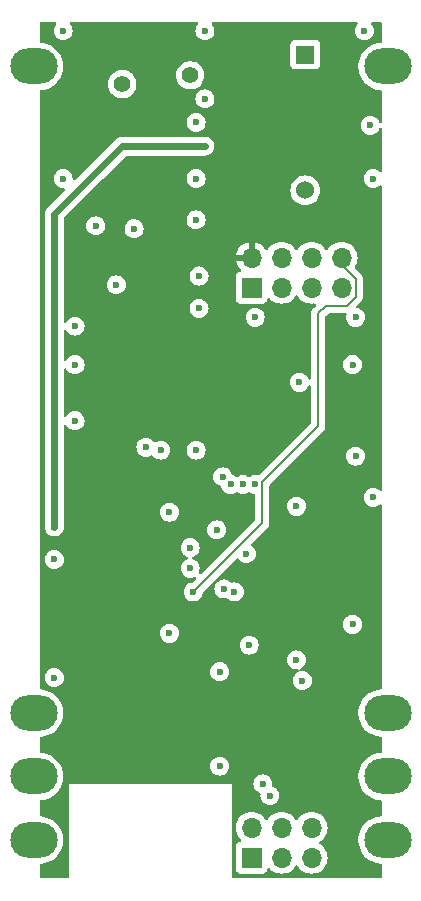
<source format=gbr>
%TF.GenerationSoftware,KiCad,Pcbnew,8.0.8*%
%TF.CreationDate,2025-01-26T19:35:19-06:00*%
%TF.ProjectId,ptSolar,7074536f-6c61-4722-9e6b-696361645f70,rev?*%
%TF.SameCoordinates,Original*%
%TF.FileFunction,Copper,L2,Inr*%
%TF.FilePolarity,Positive*%
%FSLAX46Y46*%
G04 Gerber Fmt 4.6, Leading zero omitted, Abs format (unit mm)*
G04 Created by KiCad (PCBNEW 8.0.8) date 2025-01-26 19:35:19*
%MOMM*%
%LPD*%
G01*
G04 APERTURE LIST*
%TA.AperFunction,ComponentPad*%
%ADD10C,1.400000*%
%TD*%
%TA.AperFunction,ComponentPad*%
%ADD11O,4.000000X3.000000*%
%TD*%
%TA.AperFunction,ComponentPad*%
%ADD12R,1.524000X1.524000*%
%TD*%
%TA.AperFunction,ComponentPad*%
%ADD13C,1.524000*%
%TD*%
%TA.AperFunction,ComponentPad*%
%ADD14R,1.700000X1.700000*%
%TD*%
%TA.AperFunction,ComponentPad*%
%ADD15O,1.700000X1.700000*%
%TD*%
%TA.AperFunction,ViaPad*%
%ADD16C,0.600000*%
%TD*%
%TA.AperFunction,Conductor*%
%ADD17C,0.600000*%
%TD*%
%TA.AperFunction,Conductor*%
%ADD18C,0.200000*%
%TD*%
G04 APERTURE END LIST*
D10*
%TO.N,GND*%
%TO.C,ANT2b1*%
X150500000Y-72750000D03*
%TD*%
%TO.N,Net-(ANT2-In)*%
%TO.C,ANT2a1*%
X144750000Y-73500000D03*
%TD*%
D11*
%TO.N,Net-(D4-A)*%
%TO.C,J1*%
X137250000Y-72000000D03*
%TO.N,GND*%
X137250000Y-126750000D03*
X137250000Y-132125000D03*
X137250000Y-137500000D03*
%TD*%
%TO.N,GND*%
%TO.C,J2*%
X167250000Y-137500000D03*
X167250000Y-132125000D03*
X167250000Y-126750000D03*
%TO.N,Net-(D5-A)*%
X167250000Y-72000000D03*
%TD*%
D12*
%TO.N,Net-(D1-K)*%
%TO.C,C1*%
X160250000Y-71000000D03*
D13*
%TO.N,GND*%
X160250000Y-82500000D03*
%TD*%
D14*
%TO.N,Net-(J5-Pin_1)*%
%TO.C,J5*%
X155700000Y-90740000D03*
D15*
%TO.N,+3.3V*%
X155700000Y-88200000D03*
%TO.N,Net-(J5-Pin_3)*%
X158240000Y-90740000D03*
%TO.N,/SCL*%
X158240000Y-88200000D03*
%TO.N,GND*%
X160780000Y-90740000D03*
%TO.N,/SDA*%
X160780000Y-88200000D03*
%TO.N,/DIG-PTT*%
X163320000Y-90740000D03*
%TO.N,Net-(J5-Pin_8)*%
X163320000Y-88200000D03*
%TD*%
D14*
%TO.N,/MISO*%
%TO.C,J4*%
X155700000Y-139000000D03*
D15*
%TO.N,+BATT*%
X155700000Y-136460000D03*
%TO.N,/SCK*%
X158240000Y-139000000D03*
%TO.N,/MOSI*%
X158240000Y-136460000D03*
%TO.N,/RESET*%
X160780000Y-139000000D03*
%TO.N,GND*%
X160780000Y-136460000D03*
%TD*%
D16*
%TO.N,GND*%
X159750000Y-98750000D03*
X144250000Y-90500000D03*
%TO.N,+3.3V*%
X146750000Y-120750000D03*
%TO.N,Net-(Q1-D)*%
X146750000Y-104250000D03*
%TO.N,GND*%
X164500000Y-93250000D03*
X156000000Y-93250000D03*
X155250000Y-113250000D03*
%TO.N,Net-(U7-PD3)*%
X159500000Y-122250000D03*
X148750000Y-109750000D03*
%TO.N,+3.3V*%
X163500000Y-135000000D03*
X158250000Y-118250000D03*
%TO.N,GND*%
X159500000Y-109250000D03*
X148750000Y-120000000D03*
X164250000Y-119250000D03*
X153000000Y-123250000D03*
X153000000Y-131250000D03*
X139000000Y-123750000D03*
X139000000Y-113750000D03*
X140750000Y-94000000D03*
X151250000Y-92500000D03*
X165750000Y-77000000D03*
X165250000Y-69000000D03*
X139750000Y-69000000D03*
X151750000Y-69000000D03*
X151000000Y-76750000D03*
X151000000Y-81500000D03*
X151000000Y-85000000D03*
X142500000Y-85500000D03*
X151250000Y-89750000D03*
%TO.N,+3.3V*%
X146000000Y-106750000D03*
X146000000Y-102000000D03*
X146000000Y-97500000D03*
X148531250Y-86250000D03*
%TO.N,GND*%
X150500000Y-112750000D03*
X150500000Y-114500000D03*
%TO.N,+3.3V*%
X151500000Y-114000000D03*
%TO.N,Net-(U2-HIGH{slash}LOW)*%
X164250000Y-97250000D03*
%TO.N,+BATT*%
X139000000Y-111000000D03*
X166000000Y-108500000D03*
X139000000Y-92000000D03*
X139000000Y-88000000D03*
X139000000Y-96000000D03*
X139000000Y-100750000D03*
X139000000Y-105750000D03*
X151750000Y-78750000D03*
%TO.N,Net-(J5-Pin_8)*%
X150750000Y-116500000D03*
%TO.N,/SDA*%
X156000000Y-107400000D03*
%TO.N,/SCL*%
X155000000Y-107400000D03*
%TO.N,Net-(J5-Pin_1)*%
X153925735Y-107400000D03*
%TO.N,Net-(J5-Pin_3)*%
X153250000Y-106750000D03*
%TO.N,Net-(Q2-C)*%
X164500000Y-105000000D03*
%TO.N,Net-(Q4-D)*%
X140750000Y-97250000D03*
%TO.N,Net-(Q4-S)*%
X154250000Y-116500000D03*
X151000000Y-104500000D03*
%TO.N,Net-(Q3-D)*%
X140750000Y-102000000D03*
%TO.N,Net-(Q3-S)*%
X148000000Y-104500000D03*
X153350000Y-116250000D03*
%TO.N,/RESET*%
X152750000Y-111250000D03*
X155500000Y-121000000D03*
X156650000Y-132750000D03*
%TO.N,+BATT*%
X166000000Y-81500000D03*
%TO.N,Net-(D1-K)*%
X151750000Y-74750000D03*
X139750000Y-81500000D03*
%TO.N,Net-(U2-ANTENNA)*%
X145750000Y-85750000D03*
%TO.N,Net-(U2-MIC-IN)*%
X160000000Y-124000000D03*
%TO.N,/MOSI*%
X157250000Y-133750000D03*
%TD*%
D17*
%TO.N,+BATT*%
X139000000Y-84500000D02*
X139000000Y-96000000D01*
X144750000Y-78750000D02*
X139000000Y-84500000D01*
X151750000Y-78750000D02*
X144750000Y-78750000D01*
X139000000Y-105750000D02*
X139000000Y-111000000D01*
X139000000Y-100750000D02*
X139000000Y-105750000D01*
X139000000Y-96000000D02*
X139000000Y-100750000D01*
D18*
%TO.N,Net-(J5-Pin_8)*%
X156600000Y-110650000D02*
X150750000Y-116500000D01*
X156600000Y-107210122D02*
X156600000Y-110650000D01*
X161330000Y-92920000D02*
X161330000Y-102480122D01*
X164500000Y-90000000D02*
X164500000Y-91500000D01*
X163750000Y-92250000D02*
X162000000Y-92250000D01*
X164500000Y-91500000D02*
X163750000Y-92250000D01*
X162000000Y-92250000D02*
X161330000Y-92920000D01*
X163320000Y-88820000D02*
X164500000Y-90000000D01*
X161330000Y-102480122D02*
X156600000Y-107210122D01*
X163320000Y-88200000D02*
X163320000Y-88820000D01*
%TO.N,/SCL*%
X158240000Y-88200000D02*
X158240000Y-88970000D01*
%TD*%
%TA.AperFunction,Conductor*%
%TO.N,+3.3V*%
G36*
X139135099Y-68270185D02*
G01*
X139180854Y-68322989D01*
X139190798Y-68392147D01*
X139161773Y-68455703D01*
X139155741Y-68462181D01*
X139120184Y-68497737D01*
X139024211Y-68650476D01*
X138964631Y-68820745D01*
X138964630Y-68820750D01*
X138944435Y-68999996D01*
X138944435Y-69000003D01*
X138964630Y-69179249D01*
X138964631Y-69179254D01*
X139024211Y-69349523D01*
X139120184Y-69502262D01*
X139247738Y-69629816D01*
X139400478Y-69725789D01*
X139570745Y-69785368D01*
X139570750Y-69785369D01*
X139749996Y-69805565D01*
X139750000Y-69805565D01*
X139750004Y-69805565D01*
X139929249Y-69785369D01*
X139929252Y-69785368D01*
X139929255Y-69785368D01*
X140099522Y-69725789D01*
X140252262Y-69629816D01*
X140379816Y-69502262D01*
X140475789Y-69349522D01*
X140535368Y-69179255D01*
X140555565Y-69000000D01*
X140535368Y-68820745D01*
X140475789Y-68650478D01*
X140379816Y-68497738D01*
X140344259Y-68462181D01*
X140310774Y-68400858D01*
X140315758Y-68331166D01*
X140357630Y-68275233D01*
X140423094Y-68250816D01*
X140431940Y-68250500D01*
X151068060Y-68250500D01*
X151135099Y-68270185D01*
X151180854Y-68322989D01*
X151190798Y-68392147D01*
X151161773Y-68455703D01*
X151155741Y-68462181D01*
X151120184Y-68497737D01*
X151024211Y-68650476D01*
X150964631Y-68820745D01*
X150964630Y-68820750D01*
X150944435Y-68999996D01*
X150944435Y-69000003D01*
X150964630Y-69179249D01*
X150964631Y-69179254D01*
X151024211Y-69349523D01*
X151120184Y-69502262D01*
X151247738Y-69629816D01*
X151400478Y-69725789D01*
X151570745Y-69785368D01*
X151570750Y-69785369D01*
X151749996Y-69805565D01*
X151750000Y-69805565D01*
X151750004Y-69805565D01*
X151929249Y-69785369D01*
X151929252Y-69785368D01*
X151929255Y-69785368D01*
X152099522Y-69725789D01*
X152252262Y-69629816D01*
X152379816Y-69502262D01*
X152475789Y-69349522D01*
X152535368Y-69179255D01*
X152555565Y-69000000D01*
X152535368Y-68820745D01*
X152475789Y-68650478D01*
X152379816Y-68497738D01*
X152344259Y-68462181D01*
X152310774Y-68400858D01*
X152315758Y-68331166D01*
X152357630Y-68275233D01*
X152423094Y-68250816D01*
X152431940Y-68250500D01*
X164568060Y-68250500D01*
X164635099Y-68270185D01*
X164680854Y-68322989D01*
X164690798Y-68392147D01*
X164661773Y-68455703D01*
X164655741Y-68462181D01*
X164620184Y-68497737D01*
X164524211Y-68650476D01*
X164464631Y-68820745D01*
X164464630Y-68820750D01*
X164444435Y-68999996D01*
X164444435Y-69000003D01*
X164464630Y-69179249D01*
X164464631Y-69179254D01*
X164524211Y-69349523D01*
X164620184Y-69502262D01*
X164747738Y-69629816D01*
X164900478Y-69725789D01*
X165070745Y-69785368D01*
X165070750Y-69785369D01*
X165249996Y-69805565D01*
X165250000Y-69805565D01*
X165250004Y-69805565D01*
X165429249Y-69785369D01*
X165429252Y-69785368D01*
X165429255Y-69785368D01*
X165599522Y-69725789D01*
X165752262Y-69629816D01*
X165879816Y-69502262D01*
X165975789Y-69349522D01*
X166035368Y-69179255D01*
X166055565Y-69000000D01*
X166035368Y-68820745D01*
X165975789Y-68650478D01*
X165879816Y-68497738D01*
X165844259Y-68462181D01*
X165810774Y-68400858D01*
X165815758Y-68331166D01*
X165857630Y-68275233D01*
X165923094Y-68250816D01*
X165931940Y-68250500D01*
X166625500Y-68250500D01*
X166692539Y-68270185D01*
X166738294Y-68322989D01*
X166749500Y-68374500D01*
X166749500Y-69875500D01*
X166729815Y-69942539D01*
X166677011Y-69988294D01*
X166625500Y-69999500D01*
X166618872Y-69999500D01*
X166387772Y-70029926D01*
X166358884Y-70033730D01*
X166105581Y-70101602D01*
X166105571Y-70101605D01*
X165863309Y-70201953D01*
X165863299Y-70201958D01*
X165636196Y-70333075D01*
X165428148Y-70492718D01*
X165242718Y-70678148D01*
X165083075Y-70886196D01*
X164951958Y-71113299D01*
X164951953Y-71113309D01*
X164851605Y-71355571D01*
X164851602Y-71355581D01*
X164783730Y-71608885D01*
X164749500Y-71868872D01*
X164749500Y-72131127D01*
X164766797Y-72262500D01*
X164783730Y-72391116D01*
X164823054Y-72537876D01*
X164851602Y-72644418D01*
X164851605Y-72644428D01*
X164951953Y-72886690D01*
X164951958Y-72886700D01*
X165083075Y-73113803D01*
X165242718Y-73321851D01*
X165242726Y-73321860D01*
X165428140Y-73507274D01*
X165428148Y-73507281D01*
X165636196Y-73666924D01*
X165863299Y-73798041D01*
X165863309Y-73798046D01*
X166105571Y-73898394D01*
X166105581Y-73898398D01*
X166358884Y-73966270D01*
X166618880Y-74000500D01*
X166625500Y-74000500D01*
X166692539Y-74020185D01*
X166738294Y-74072989D01*
X166749500Y-74124500D01*
X166749500Y-76702885D01*
X166729815Y-76769924D01*
X166677011Y-76815679D01*
X166607853Y-76825623D01*
X166544297Y-76796598D01*
X166508459Y-76743840D01*
X166475790Y-76650480D01*
X166475789Y-76650478D01*
X166379816Y-76497738D01*
X166252262Y-76370184D01*
X166099523Y-76274211D01*
X165929254Y-76214631D01*
X165929249Y-76214630D01*
X165750004Y-76194435D01*
X165749996Y-76194435D01*
X165570750Y-76214630D01*
X165570745Y-76214631D01*
X165400476Y-76274211D01*
X165247737Y-76370184D01*
X165120184Y-76497737D01*
X165024211Y-76650476D01*
X164964631Y-76820745D01*
X164964630Y-76820750D01*
X164944435Y-76999996D01*
X164944435Y-77000003D01*
X164964630Y-77179249D01*
X164964631Y-77179254D01*
X165024211Y-77349523D01*
X165103549Y-77475788D01*
X165120184Y-77502262D01*
X165247738Y-77629816D01*
X165400478Y-77725789D01*
X165570745Y-77785368D01*
X165570750Y-77785369D01*
X165749996Y-77805565D01*
X165750000Y-77805565D01*
X165750004Y-77805565D01*
X165929249Y-77785369D01*
X165929252Y-77785368D01*
X165929255Y-77785368D01*
X166099522Y-77725789D01*
X166252262Y-77629816D01*
X166379816Y-77502262D01*
X166475789Y-77349522D01*
X166508458Y-77256160D01*
X166549180Y-77199383D01*
X166614133Y-77173636D01*
X166682694Y-77187092D01*
X166733097Y-77235479D01*
X166749500Y-77297114D01*
X166749500Y-80818060D01*
X166729815Y-80885099D01*
X166677011Y-80930854D01*
X166607853Y-80940798D01*
X166544297Y-80911773D01*
X166537819Y-80905741D01*
X166502262Y-80870184D01*
X166349523Y-80774211D01*
X166179254Y-80714631D01*
X166179249Y-80714630D01*
X166000004Y-80694435D01*
X165999996Y-80694435D01*
X165820750Y-80714630D01*
X165820745Y-80714631D01*
X165650476Y-80774211D01*
X165497737Y-80870184D01*
X165370184Y-80997737D01*
X165274211Y-81150476D01*
X165214631Y-81320745D01*
X165214630Y-81320750D01*
X165194435Y-81499996D01*
X165194435Y-81500003D01*
X165214630Y-81679249D01*
X165214631Y-81679254D01*
X165274211Y-81849523D01*
X165284778Y-81866340D01*
X165370184Y-82002262D01*
X165497738Y-82129816D01*
X165650478Y-82225789D01*
X165805201Y-82279929D01*
X165820745Y-82285368D01*
X165820750Y-82285369D01*
X165999996Y-82305565D01*
X166000000Y-82305565D01*
X166000004Y-82305565D01*
X166179249Y-82285369D01*
X166179252Y-82285368D01*
X166179255Y-82285368D01*
X166349522Y-82225789D01*
X166502262Y-82129816D01*
X166537819Y-82094259D01*
X166599142Y-82060774D01*
X166668834Y-82065758D01*
X166724767Y-82107630D01*
X166749184Y-82173094D01*
X166749500Y-82181940D01*
X166749500Y-107818060D01*
X166729815Y-107885099D01*
X166677011Y-107930854D01*
X166607853Y-107940798D01*
X166544297Y-107911773D01*
X166537819Y-107905741D01*
X166502262Y-107870184D01*
X166349523Y-107774211D01*
X166179254Y-107714631D01*
X166179249Y-107714630D01*
X166000004Y-107694435D01*
X165999996Y-107694435D01*
X165820750Y-107714630D01*
X165820745Y-107714631D01*
X165650476Y-107774211D01*
X165497737Y-107870184D01*
X165370184Y-107997737D01*
X165274211Y-108150476D01*
X165214631Y-108320745D01*
X165214630Y-108320750D01*
X165194435Y-108499996D01*
X165194435Y-108500003D01*
X165214630Y-108679249D01*
X165214631Y-108679254D01*
X165274211Y-108849523D01*
X165333849Y-108944435D01*
X165370184Y-109002262D01*
X165497738Y-109129816D01*
X165650478Y-109225789D01*
X165719678Y-109250003D01*
X165820745Y-109285368D01*
X165820750Y-109285369D01*
X165999996Y-109305565D01*
X166000000Y-109305565D01*
X166000004Y-109305565D01*
X166179249Y-109285369D01*
X166179252Y-109285368D01*
X166179255Y-109285368D01*
X166349522Y-109225789D01*
X166502262Y-109129816D01*
X166537819Y-109094259D01*
X166599142Y-109060774D01*
X166668834Y-109065758D01*
X166724767Y-109107630D01*
X166749184Y-109173094D01*
X166749500Y-109181940D01*
X166749500Y-124625500D01*
X166729815Y-124692539D01*
X166677011Y-124738294D01*
X166625500Y-124749500D01*
X166618872Y-124749500D01*
X166387772Y-124779926D01*
X166358884Y-124783730D01*
X166105581Y-124851602D01*
X166105571Y-124851605D01*
X165863309Y-124951953D01*
X165863299Y-124951958D01*
X165636196Y-125083075D01*
X165428148Y-125242718D01*
X165242718Y-125428148D01*
X165083075Y-125636196D01*
X164951958Y-125863299D01*
X164951953Y-125863309D01*
X164851605Y-126105571D01*
X164851602Y-126105581D01*
X164783730Y-126358885D01*
X164749500Y-126618872D01*
X164749500Y-126881127D01*
X164776123Y-127083339D01*
X164783730Y-127141116D01*
X164851602Y-127394418D01*
X164851605Y-127394428D01*
X164951953Y-127636690D01*
X164951958Y-127636700D01*
X165083075Y-127863803D01*
X165242718Y-128071851D01*
X165242726Y-128071860D01*
X165428140Y-128257274D01*
X165428148Y-128257281D01*
X165636196Y-128416924D01*
X165863299Y-128548041D01*
X165863309Y-128548046D01*
X166105571Y-128648394D01*
X166105581Y-128648398D01*
X166358884Y-128716270D01*
X166618880Y-128750500D01*
X166625500Y-128750500D01*
X166692539Y-128770185D01*
X166738294Y-128822989D01*
X166749500Y-128874500D01*
X166749500Y-130000500D01*
X166729815Y-130067539D01*
X166677011Y-130113294D01*
X166625500Y-130124500D01*
X166618872Y-130124500D01*
X166387772Y-130154926D01*
X166358884Y-130158730D01*
X166105581Y-130226602D01*
X166105571Y-130226605D01*
X165863309Y-130326953D01*
X165863299Y-130326958D01*
X165636196Y-130458075D01*
X165428148Y-130617718D01*
X165242718Y-130803148D01*
X165083075Y-131011196D01*
X164951958Y-131238299D01*
X164951953Y-131238309D01*
X164851605Y-131480571D01*
X164851602Y-131480581D01*
X164783730Y-131733885D01*
X164749500Y-131993872D01*
X164749500Y-132256127D01*
X164776123Y-132458339D01*
X164783730Y-132516116D01*
X164846398Y-132749996D01*
X164851602Y-132769418D01*
X164851605Y-132769428D01*
X164951953Y-133011690D01*
X164951958Y-133011700D01*
X165083075Y-133238803D01*
X165242718Y-133446851D01*
X165242726Y-133446860D01*
X165428140Y-133632274D01*
X165428148Y-133632281D01*
X165428149Y-133632282D01*
X165476554Y-133669424D01*
X165636196Y-133791924D01*
X165863299Y-133923041D01*
X165863309Y-133923046D01*
X166105571Y-134023394D01*
X166105581Y-134023398D01*
X166358884Y-134091270D01*
X166618880Y-134125500D01*
X166625500Y-134125500D01*
X166692539Y-134145185D01*
X166738294Y-134197989D01*
X166749500Y-134249500D01*
X166749500Y-135375500D01*
X166729815Y-135442539D01*
X166677011Y-135488294D01*
X166625500Y-135499500D01*
X166618872Y-135499500D01*
X166387772Y-135529926D01*
X166358884Y-135533730D01*
X166154117Y-135588597D01*
X166105581Y-135601602D01*
X166105571Y-135601605D01*
X165863309Y-135701953D01*
X165863299Y-135701958D01*
X165636196Y-135833075D01*
X165428148Y-135992718D01*
X165242718Y-136178148D01*
X165083075Y-136386196D01*
X164951958Y-136613299D01*
X164951953Y-136613309D01*
X164851605Y-136855571D01*
X164851602Y-136855581D01*
X164785517Y-137102217D01*
X164783730Y-137108885D01*
X164749500Y-137368872D01*
X164749500Y-137631127D01*
X164770741Y-137792455D01*
X164783730Y-137891116D01*
X164840272Y-138102135D01*
X164851602Y-138144418D01*
X164851605Y-138144428D01*
X164951953Y-138386690D01*
X164951958Y-138386700D01*
X165083075Y-138613803D01*
X165242718Y-138821851D01*
X165242726Y-138821860D01*
X165428140Y-139007274D01*
X165428148Y-139007281D01*
X165636196Y-139166924D01*
X165863299Y-139298041D01*
X165863309Y-139298046D01*
X166105571Y-139398394D01*
X166105581Y-139398398D01*
X166358884Y-139466270D01*
X166618880Y-139500500D01*
X166625500Y-139500500D01*
X166692539Y-139520185D01*
X166738294Y-139572989D01*
X166749500Y-139624500D01*
X166749500Y-140625500D01*
X166729815Y-140692539D01*
X166677011Y-140738294D01*
X166625500Y-140749500D01*
X154124000Y-140749500D01*
X154056961Y-140729815D01*
X154011206Y-140677011D01*
X154000000Y-140625500D01*
X154000000Y-136459999D01*
X154344341Y-136459999D01*
X154344341Y-136460000D01*
X154364936Y-136695403D01*
X154364938Y-136695413D01*
X154426094Y-136923655D01*
X154426096Y-136923659D01*
X154426097Y-136923663D01*
X154430000Y-136932032D01*
X154525965Y-137137830D01*
X154525967Y-137137834D01*
X154634281Y-137292521D01*
X154661501Y-137331396D01*
X154661506Y-137331402D01*
X154783430Y-137453326D01*
X154816915Y-137514649D01*
X154811931Y-137584341D01*
X154770059Y-137640274D01*
X154739083Y-137657189D01*
X154607669Y-137706203D01*
X154607664Y-137706206D01*
X154492455Y-137792452D01*
X154492452Y-137792455D01*
X154406206Y-137907664D01*
X154406202Y-137907671D01*
X154355908Y-138042517D01*
X154349501Y-138102116D01*
X154349500Y-138102135D01*
X154349500Y-139897870D01*
X154349501Y-139897876D01*
X154355908Y-139957483D01*
X154406202Y-140092328D01*
X154406206Y-140092335D01*
X154492452Y-140207544D01*
X154492455Y-140207547D01*
X154607664Y-140293793D01*
X154607671Y-140293797D01*
X154742517Y-140344091D01*
X154742516Y-140344091D01*
X154749444Y-140344835D01*
X154802127Y-140350500D01*
X156597872Y-140350499D01*
X156657483Y-140344091D01*
X156792331Y-140293796D01*
X156907546Y-140207546D01*
X156993796Y-140092331D01*
X157042810Y-139960916D01*
X157084681Y-139904984D01*
X157150145Y-139880566D01*
X157218418Y-139895417D01*
X157246673Y-139916569D01*
X157368599Y-140038495D01*
X157465384Y-140106265D01*
X157562165Y-140174032D01*
X157562167Y-140174033D01*
X157562170Y-140174035D01*
X157776337Y-140273903D01*
X158004592Y-140335063D01*
X158181034Y-140350500D01*
X158239999Y-140355659D01*
X158240000Y-140355659D01*
X158240001Y-140355659D01*
X158298966Y-140350500D01*
X158475408Y-140335063D01*
X158703663Y-140273903D01*
X158917830Y-140174035D01*
X159111401Y-140038495D01*
X159278495Y-139871401D01*
X159408425Y-139685842D01*
X159463002Y-139642217D01*
X159532500Y-139635023D01*
X159594855Y-139666546D01*
X159611575Y-139685842D01*
X159741500Y-139871395D01*
X159741505Y-139871401D01*
X159908599Y-140038495D01*
X160005384Y-140106265D01*
X160102165Y-140174032D01*
X160102167Y-140174033D01*
X160102170Y-140174035D01*
X160316337Y-140273903D01*
X160544592Y-140335063D01*
X160721034Y-140350500D01*
X160779999Y-140355659D01*
X160780000Y-140355659D01*
X160780001Y-140355659D01*
X160838966Y-140350500D01*
X161015408Y-140335063D01*
X161243663Y-140273903D01*
X161457830Y-140174035D01*
X161651401Y-140038495D01*
X161818495Y-139871401D01*
X161954035Y-139677830D01*
X162053903Y-139463663D01*
X162115063Y-139235408D01*
X162135659Y-139000000D01*
X162115063Y-138764592D01*
X162053903Y-138536337D01*
X161954035Y-138322171D01*
X161948425Y-138314158D01*
X161818494Y-138128597D01*
X161651402Y-137961506D01*
X161651396Y-137961501D01*
X161465842Y-137831575D01*
X161422217Y-137776998D01*
X161415023Y-137707500D01*
X161446546Y-137645145D01*
X161465842Y-137628425D01*
X161578054Y-137549853D01*
X161651401Y-137498495D01*
X161818495Y-137331401D01*
X161954035Y-137137830D01*
X162053903Y-136923663D01*
X162115063Y-136695408D01*
X162135659Y-136460000D01*
X162115063Y-136224592D01*
X162053903Y-135996337D01*
X161954035Y-135782171D01*
X161948425Y-135774158D01*
X161818494Y-135588597D01*
X161651402Y-135421506D01*
X161651395Y-135421501D01*
X161457834Y-135285967D01*
X161457830Y-135285965D01*
X161457828Y-135285964D01*
X161243663Y-135186097D01*
X161243659Y-135186096D01*
X161243655Y-135186094D01*
X161015413Y-135124938D01*
X161015403Y-135124936D01*
X160780001Y-135104341D01*
X160779999Y-135104341D01*
X160544596Y-135124936D01*
X160544586Y-135124938D01*
X160316344Y-135186094D01*
X160316335Y-135186098D01*
X160102171Y-135285964D01*
X160102169Y-135285965D01*
X159908597Y-135421505D01*
X159741505Y-135588597D01*
X159611575Y-135774158D01*
X159556998Y-135817783D01*
X159487500Y-135824977D01*
X159425145Y-135793454D01*
X159408425Y-135774158D01*
X159278494Y-135588597D01*
X159111402Y-135421506D01*
X159111395Y-135421501D01*
X158917834Y-135285967D01*
X158917830Y-135285965D01*
X158917828Y-135285964D01*
X158703663Y-135186097D01*
X158703659Y-135186096D01*
X158703655Y-135186094D01*
X158475413Y-135124938D01*
X158475403Y-135124936D01*
X158240001Y-135104341D01*
X158239999Y-135104341D01*
X158004596Y-135124936D01*
X158004586Y-135124938D01*
X157776344Y-135186094D01*
X157776335Y-135186098D01*
X157562171Y-135285964D01*
X157562169Y-135285965D01*
X157368597Y-135421505D01*
X157201505Y-135588597D01*
X157071575Y-135774158D01*
X157016998Y-135817783D01*
X156947500Y-135824977D01*
X156885145Y-135793454D01*
X156868425Y-135774158D01*
X156738494Y-135588597D01*
X156571402Y-135421506D01*
X156571395Y-135421501D01*
X156377834Y-135285967D01*
X156377830Y-135285965D01*
X156377828Y-135285964D01*
X156163663Y-135186097D01*
X156163659Y-135186096D01*
X156163655Y-135186094D01*
X155935413Y-135124938D01*
X155935403Y-135124936D01*
X155700001Y-135104341D01*
X155699999Y-135104341D01*
X155464596Y-135124936D01*
X155464586Y-135124938D01*
X155236344Y-135186094D01*
X155236335Y-135186098D01*
X155022171Y-135285964D01*
X155022169Y-135285965D01*
X154828597Y-135421505D01*
X154661505Y-135588597D01*
X154525965Y-135782169D01*
X154525964Y-135782171D01*
X154426098Y-135996335D01*
X154426094Y-135996344D01*
X154364938Y-136224586D01*
X154364936Y-136224596D01*
X154344341Y-136459999D01*
X154000000Y-136459999D01*
X154000000Y-132750000D01*
X140250000Y-132750000D01*
X140250000Y-140625500D01*
X140230315Y-140692539D01*
X140177511Y-140738294D01*
X140126000Y-140749500D01*
X137874500Y-140749500D01*
X137807461Y-140729815D01*
X137761706Y-140677011D01*
X137750500Y-140625500D01*
X137750500Y-139624500D01*
X137770185Y-139557461D01*
X137822989Y-139511706D01*
X137874500Y-139500500D01*
X137881113Y-139500500D01*
X137881120Y-139500500D01*
X138141116Y-139466270D01*
X138394419Y-139398398D01*
X138636697Y-139298043D01*
X138863803Y-139166924D01*
X139071851Y-139007282D01*
X139071855Y-139007277D01*
X139071860Y-139007274D01*
X139257274Y-138821860D01*
X139257277Y-138821855D01*
X139257282Y-138821851D01*
X139416924Y-138613803D01*
X139548043Y-138386697D01*
X139648398Y-138144419D01*
X139716270Y-137891116D01*
X139750500Y-137631120D01*
X139750500Y-137368880D01*
X139716270Y-137108884D01*
X139648398Y-136855581D01*
X139648394Y-136855571D01*
X139548046Y-136613309D01*
X139548041Y-136613299D01*
X139416924Y-136386196D01*
X139257281Y-136178148D01*
X139257274Y-136178140D01*
X139071860Y-135992726D01*
X139071851Y-135992718D01*
X138863803Y-135833075D01*
X138636700Y-135701958D01*
X138636690Y-135701953D01*
X138394428Y-135601605D01*
X138394421Y-135601603D01*
X138394419Y-135601602D01*
X138141116Y-135533730D01*
X138083339Y-135526123D01*
X137881127Y-135499500D01*
X137881120Y-135499500D01*
X137874500Y-135499500D01*
X137807461Y-135479815D01*
X137761706Y-135427011D01*
X137750500Y-135375500D01*
X137750500Y-134249500D01*
X137770185Y-134182461D01*
X137822989Y-134136706D01*
X137874500Y-134125500D01*
X137881113Y-134125500D01*
X137881120Y-134125500D01*
X138141116Y-134091270D01*
X138394419Y-134023398D01*
X138621700Y-133929255D01*
X138636690Y-133923046D01*
X138636691Y-133923045D01*
X138636697Y-133923043D01*
X138863803Y-133791924D01*
X139071851Y-133632282D01*
X139071855Y-133632277D01*
X139071860Y-133632274D01*
X139257274Y-133446860D01*
X139257277Y-133446855D01*
X139257282Y-133446851D01*
X139416924Y-133238803D01*
X139548043Y-133011697D01*
X139648398Y-132769419D01*
X139653602Y-132749996D01*
X155844435Y-132749996D01*
X155844435Y-132750000D01*
X155864630Y-132929249D01*
X155864631Y-132929254D01*
X155924211Y-133099523D01*
X156011727Y-133238803D01*
X156020184Y-133252262D01*
X156147738Y-133379816D01*
X156300478Y-133475789D01*
X156375360Y-133501991D01*
X156432136Y-133542712D01*
X156457884Y-133607665D01*
X156457626Y-133632916D01*
X156444435Y-133749995D01*
X156444435Y-133750003D01*
X156464630Y-133929249D01*
X156464631Y-133929254D01*
X156524211Y-134099523D01*
X156540533Y-134125499D01*
X156620184Y-134252262D01*
X156747738Y-134379816D01*
X156900478Y-134475789D01*
X157070745Y-134535368D01*
X157070750Y-134535369D01*
X157249996Y-134555565D01*
X157250000Y-134555565D01*
X157250004Y-134555565D01*
X157429249Y-134535369D01*
X157429252Y-134535368D01*
X157429255Y-134535368D01*
X157599522Y-134475789D01*
X157752262Y-134379816D01*
X157879816Y-134252262D01*
X157975789Y-134099522D01*
X158035368Y-133929255D01*
X158036068Y-133923041D01*
X158055565Y-133750003D01*
X158055565Y-133749996D01*
X158035369Y-133570750D01*
X158035368Y-133570745D01*
X157992019Y-133446860D01*
X157975789Y-133400478D01*
X157879816Y-133247738D01*
X157752262Y-133120184D01*
X157719379Y-133099522D01*
X157599523Y-133024211D01*
X157524638Y-132998008D01*
X157467862Y-132957286D01*
X157442115Y-132892333D01*
X157442373Y-132867082D01*
X157455565Y-132750000D01*
X157455565Y-132749996D01*
X157435369Y-132570750D01*
X157435368Y-132570745D01*
X157375788Y-132400476D01*
X157285087Y-132256127D01*
X157279816Y-132247738D01*
X157152262Y-132120184D01*
X157049422Y-132055565D01*
X156999523Y-132024211D01*
X156829254Y-131964631D01*
X156829249Y-131964630D01*
X156650004Y-131944435D01*
X156649996Y-131944435D01*
X156470750Y-131964630D01*
X156470745Y-131964631D01*
X156300476Y-132024211D01*
X156147737Y-132120184D01*
X156020184Y-132247737D01*
X155924211Y-132400476D01*
X155864631Y-132570745D01*
X155864630Y-132570750D01*
X155844435Y-132749996D01*
X139653602Y-132749996D01*
X139716270Y-132516116D01*
X139750500Y-132256120D01*
X139750500Y-131993880D01*
X139716270Y-131733884D01*
X139648398Y-131480581D01*
X139627136Y-131429249D01*
X139552887Y-131249996D01*
X152194435Y-131249996D01*
X152194435Y-131250003D01*
X152214630Y-131429249D01*
X152214631Y-131429254D01*
X152274211Y-131599523D01*
X152358636Y-131733884D01*
X152370184Y-131752262D01*
X152497738Y-131879816D01*
X152588080Y-131936582D01*
X152632721Y-131964632D01*
X152650478Y-131975789D01*
X152788860Y-132024211D01*
X152820745Y-132035368D01*
X152820750Y-132035369D01*
X152999996Y-132055565D01*
X153000000Y-132055565D01*
X153000004Y-132055565D01*
X153179249Y-132035369D01*
X153179252Y-132035368D01*
X153179255Y-132035368D01*
X153349522Y-131975789D01*
X153502262Y-131879816D01*
X153629816Y-131752262D01*
X153725789Y-131599522D01*
X153785368Y-131429255D01*
X153805565Y-131250000D01*
X153804247Y-131238303D01*
X153785369Y-131070750D01*
X153785368Y-131070745D01*
X153725788Y-130900476D01*
X153629815Y-130747737D01*
X153502262Y-130620184D01*
X153349523Y-130524211D01*
X153179254Y-130464631D01*
X153179249Y-130464630D01*
X153000004Y-130444435D01*
X152999996Y-130444435D01*
X152820750Y-130464630D01*
X152820745Y-130464631D01*
X152650476Y-130524211D01*
X152497737Y-130620184D01*
X152370184Y-130747737D01*
X152274211Y-130900476D01*
X152214631Y-131070745D01*
X152214630Y-131070750D01*
X152194435Y-131249996D01*
X139552887Y-131249996D01*
X139548046Y-131238309D01*
X139548041Y-131238299D01*
X139416924Y-131011196D01*
X139257281Y-130803148D01*
X139257274Y-130803140D01*
X139071860Y-130617726D01*
X139071851Y-130617718D01*
X138863803Y-130458075D01*
X138636700Y-130326958D01*
X138636690Y-130326953D01*
X138394428Y-130226605D01*
X138394421Y-130226603D01*
X138394419Y-130226602D01*
X138141116Y-130158730D01*
X138083339Y-130151123D01*
X137881127Y-130124500D01*
X137881120Y-130124500D01*
X137874500Y-130124500D01*
X137807461Y-130104815D01*
X137761706Y-130052011D01*
X137750500Y-130000500D01*
X137750500Y-128874500D01*
X137770185Y-128807461D01*
X137822989Y-128761706D01*
X137874500Y-128750500D01*
X137881113Y-128750500D01*
X137881120Y-128750500D01*
X138141116Y-128716270D01*
X138394419Y-128648398D01*
X138636697Y-128548043D01*
X138863803Y-128416924D01*
X139071851Y-128257282D01*
X139071855Y-128257277D01*
X139071860Y-128257274D01*
X139257274Y-128071860D01*
X139257277Y-128071855D01*
X139257282Y-128071851D01*
X139416924Y-127863803D01*
X139548043Y-127636697D01*
X139648398Y-127394419D01*
X139716270Y-127141116D01*
X139750500Y-126881120D01*
X139750500Y-126618880D01*
X139716270Y-126358884D01*
X139648398Y-126105581D01*
X139648394Y-126105571D01*
X139548046Y-125863309D01*
X139548041Y-125863299D01*
X139416924Y-125636196D01*
X139257281Y-125428148D01*
X139257274Y-125428140D01*
X139071860Y-125242726D01*
X139071851Y-125242718D01*
X138863803Y-125083075D01*
X138636700Y-124951958D01*
X138636690Y-124951953D01*
X138394428Y-124851605D01*
X138394421Y-124851603D01*
X138394419Y-124851602D01*
X138141116Y-124783730D01*
X138083339Y-124776123D01*
X137881127Y-124749500D01*
X137881120Y-124749500D01*
X137874500Y-124749500D01*
X137807461Y-124729815D01*
X137761706Y-124677011D01*
X137750500Y-124625500D01*
X137750500Y-123749996D01*
X138194435Y-123749996D01*
X138194435Y-123750003D01*
X138214630Y-123929249D01*
X138214631Y-123929254D01*
X138274211Y-124099523D01*
X138370184Y-124252262D01*
X138497738Y-124379816D01*
X138650478Y-124475789D01*
X138820745Y-124535368D01*
X138820750Y-124535369D01*
X138999996Y-124555565D01*
X139000000Y-124555565D01*
X139000004Y-124555565D01*
X139179249Y-124535369D01*
X139179252Y-124535368D01*
X139179255Y-124535368D01*
X139349522Y-124475789D01*
X139502262Y-124379816D01*
X139629816Y-124252262D01*
X139725789Y-124099522D01*
X139785368Y-123929255D01*
X139785369Y-123929249D01*
X139805565Y-123750003D01*
X139805565Y-123749996D01*
X139785369Y-123570750D01*
X139785368Y-123570745D01*
X139759821Y-123497737D01*
X139725789Y-123400478D01*
X139631235Y-123249996D01*
X152194435Y-123249996D01*
X152194435Y-123250003D01*
X152214630Y-123429249D01*
X152214631Y-123429254D01*
X152274211Y-123599523D01*
X152368760Y-123749996D01*
X152370184Y-123752262D01*
X152497738Y-123879816D01*
X152650478Y-123975789D01*
X152719678Y-124000003D01*
X152820745Y-124035368D01*
X152820750Y-124035369D01*
X152999996Y-124055565D01*
X153000000Y-124055565D01*
X153000004Y-124055565D01*
X153179249Y-124035369D01*
X153179252Y-124035368D01*
X153179255Y-124035368D01*
X153349522Y-123975789D01*
X153502262Y-123879816D01*
X153629816Y-123752262D01*
X153725789Y-123599522D01*
X153785368Y-123429255D01*
X153785369Y-123429249D01*
X153805565Y-123250003D01*
X153805565Y-123249996D01*
X153785369Y-123070750D01*
X153785368Y-123070745D01*
X153725788Y-122900476D01*
X153686582Y-122838080D01*
X153629816Y-122747738D01*
X153502262Y-122620184D01*
X153469379Y-122599522D01*
X153349523Y-122524211D01*
X153179254Y-122464631D01*
X153179249Y-122464630D01*
X153000004Y-122444435D01*
X152999996Y-122444435D01*
X152820750Y-122464630D01*
X152820745Y-122464631D01*
X152650476Y-122524211D01*
X152497737Y-122620184D01*
X152370184Y-122747737D01*
X152274211Y-122900476D01*
X152214631Y-123070745D01*
X152214630Y-123070750D01*
X152194435Y-123249996D01*
X139631235Y-123249996D01*
X139629816Y-123247738D01*
X139502262Y-123120184D01*
X139481858Y-123107363D01*
X139349523Y-123024211D01*
X139179254Y-122964631D01*
X139179249Y-122964630D01*
X139000004Y-122944435D01*
X138999996Y-122944435D01*
X138820750Y-122964630D01*
X138820745Y-122964631D01*
X138650476Y-123024211D01*
X138497737Y-123120184D01*
X138370184Y-123247737D01*
X138274211Y-123400476D01*
X138214631Y-123570745D01*
X138214630Y-123570750D01*
X138194435Y-123749996D01*
X137750500Y-123749996D01*
X137750500Y-122249996D01*
X158694435Y-122249996D01*
X158694435Y-122250003D01*
X158714630Y-122429249D01*
X158714631Y-122429254D01*
X158774211Y-122599523D01*
X158867341Y-122747737D01*
X158870184Y-122752262D01*
X158997738Y-122879816D01*
X159088080Y-122936582D01*
X159132721Y-122964632D01*
X159150478Y-122975789D01*
X159244298Y-123008618D01*
X159320745Y-123035368D01*
X159320750Y-123035369D01*
X159499996Y-123055565D01*
X159500000Y-123055565D01*
X159500002Y-123055565D01*
X159547042Y-123050264D01*
X159567496Y-123047960D01*
X159636318Y-123060014D01*
X159687697Y-123107363D01*
X159705322Y-123174973D01*
X159683596Y-123241379D01*
X159647353Y-123276173D01*
X159497739Y-123370182D01*
X159370184Y-123497737D01*
X159274211Y-123650476D01*
X159214631Y-123820745D01*
X159214630Y-123820750D01*
X159194435Y-123999996D01*
X159194435Y-124000003D01*
X159214630Y-124179249D01*
X159214631Y-124179254D01*
X159274211Y-124349523D01*
X159353549Y-124475788D01*
X159370184Y-124502262D01*
X159497738Y-124629816D01*
X159650478Y-124725789D01*
X159816064Y-124783730D01*
X159820745Y-124785368D01*
X159820750Y-124785369D01*
X159999996Y-124805565D01*
X160000000Y-124805565D01*
X160000004Y-124805565D01*
X160179249Y-124785369D01*
X160179252Y-124785368D01*
X160179255Y-124785368D01*
X160349522Y-124725789D01*
X160502262Y-124629816D01*
X160629816Y-124502262D01*
X160725789Y-124349522D01*
X160785368Y-124179255D01*
X160794352Y-124099522D01*
X160805565Y-124000003D01*
X160805565Y-123999996D01*
X160785369Y-123820750D01*
X160785368Y-123820745D01*
X160725788Y-123650476D01*
X160686582Y-123588080D01*
X160629816Y-123497738D01*
X160502262Y-123370184D01*
X160352645Y-123276173D01*
X160349523Y-123274211D01*
X160179254Y-123214631D01*
X160179249Y-123214630D01*
X160000004Y-123194435D01*
X159999995Y-123194435D01*
X159932501Y-123202039D01*
X159863680Y-123189984D01*
X159812301Y-123142634D01*
X159794677Y-123075024D01*
X159816404Y-123008618D01*
X159852645Y-122973826D01*
X160002262Y-122879816D01*
X160129816Y-122752262D01*
X160225789Y-122599522D01*
X160285368Y-122429255D01*
X160305565Y-122250000D01*
X160285368Y-122070745D01*
X160225789Y-121900478D01*
X160129816Y-121747738D01*
X160002262Y-121620184D01*
X159849523Y-121524211D01*
X159679254Y-121464631D01*
X159679249Y-121464630D01*
X159500004Y-121444435D01*
X159499996Y-121444435D01*
X159320750Y-121464630D01*
X159320745Y-121464631D01*
X159150476Y-121524211D01*
X158997737Y-121620184D01*
X158870184Y-121747737D01*
X158774211Y-121900476D01*
X158714631Y-122070745D01*
X158714630Y-122070750D01*
X158694435Y-122249996D01*
X137750500Y-122249996D01*
X137750500Y-120999996D01*
X154694435Y-120999996D01*
X154694435Y-121000003D01*
X154714630Y-121179249D01*
X154714631Y-121179254D01*
X154774211Y-121349523D01*
X154833849Y-121444435D01*
X154870184Y-121502262D01*
X154997738Y-121629816D01*
X155150478Y-121725789D01*
X155213202Y-121747737D01*
X155320745Y-121785368D01*
X155320750Y-121785369D01*
X155499996Y-121805565D01*
X155500000Y-121805565D01*
X155500004Y-121805565D01*
X155679249Y-121785369D01*
X155679252Y-121785368D01*
X155679255Y-121785368D01*
X155849522Y-121725789D01*
X156002262Y-121629816D01*
X156129816Y-121502262D01*
X156225789Y-121349522D01*
X156285368Y-121179255D01*
X156305565Y-121000000D01*
X156285368Y-120820745D01*
X156225789Y-120650478D01*
X156129816Y-120497738D01*
X156002262Y-120370184D01*
X155969379Y-120349522D01*
X155849523Y-120274211D01*
X155679254Y-120214631D01*
X155679249Y-120214630D01*
X155500004Y-120194435D01*
X155499996Y-120194435D01*
X155320750Y-120214630D01*
X155320745Y-120214631D01*
X155150476Y-120274211D01*
X154997737Y-120370184D01*
X154870184Y-120497737D01*
X154774211Y-120650476D01*
X154714631Y-120820745D01*
X154714630Y-120820750D01*
X154694435Y-120999996D01*
X137750500Y-120999996D01*
X137750500Y-119999996D01*
X147944435Y-119999996D01*
X147944435Y-120000003D01*
X147964630Y-120179249D01*
X147964631Y-120179254D01*
X148024211Y-120349523D01*
X148117341Y-120497737D01*
X148120184Y-120502262D01*
X148247738Y-120629816D01*
X148400478Y-120725789D01*
X148570745Y-120785368D01*
X148570750Y-120785369D01*
X148749996Y-120805565D01*
X148750000Y-120805565D01*
X148750004Y-120805565D01*
X148929249Y-120785369D01*
X148929252Y-120785368D01*
X148929255Y-120785368D01*
X149099522Y-120725789D01*
X149252262Y-120629816D01*
X149379816Y-120502262D01*
X149475789Y-120349522D01*
X149535368Y-120179255D01*
X149535369Y-120179249D01*
X149555565Y-120000003D01*
X149555565Y-119999996D01*
X149535369Y-119820750D01*
X149535368Y-119820745D01*
X149475788Y-119650476D01*
X149379815Y-119497737D01*
X149252262Y-119370184D01*
X149099523Y-119274211D01*
X149030321Y-119249996D01*
X163444435Y-119249996D01*
X163444435Y-119250003D01*
X163464630Y-119429249D01*
X163464631Y-119429254D01*
X163524211Y-119599523D01*
X163620184Y-119752262D01*
X163747738Y-119879816D01*
X163900478Y-119975789D01*
X163969678Y-120000003D01*
X164070745Y-120035368D01*
X164070750Y-120035369D01*
X164249996Y-120055565D01*
X164250000Y-120055565D01*
X164250004Y-120055565D01*
X164429249Y-120035369D01*
X164429252Y-120035368D01*
X164429255Y-120035368D01*
X164599522Y-119975789D01*
X164752262Y-119879816D01*
X164879816Y-119752262D01*
X164975789Y-119599522D01*
X165035368Y-119429255D01*
X165055565Y-119250000D01*
X165049304Y-119194435D01*
X165035369Y-119070750D01*
X165035368Y-119070745D01*
X164975788Y-118900476D01*
X164879815Y-118747737D01*
X164752262Y-118620184D01*
X164599523Y-118524211D01*
X164429254Y-118464631D01*
X164429249Y-118464630D01*
X164250004Y-118444435D01*
X164249996Y-118444435D01*
X164070750Y-118464630D01*
X164070745Y-118464631D01*
X163900476Y-118524211D01*
X163747737Y-118620184D01*
X163620184Y-118747737D01*
X163524211Y-118900476D01*
X163464631Y-119070745D01*
X163464630Y-119070750D01*
X163444435Y-119249996D01*
X149030321Y-119249996D01*
X148929254Y-119214631D01*
X148929249Y-119214630D01*
X148750004Y-119194435D01*
X148749996Y-119194435D01*
X148570750Y-119214630D01*
X148570745Y-119214631D01*
X148400476Y-119274211D01*
X148247737Y-119370184D01*
X148120184Y-119497737D01*
X148024211Y-119650476D01*
X147964631Y-119820745D01*
X147964630Y-119820750D01*
X147944435Y-119999996D01*
X137750500Y-119999996D01*
X137750500Y-113749996D01*
X138194435Y-113749996D01*
X138194435Y-113750003D01*
X138214630Y-113929249D01*
X138214631Y-113929254D01*
X138274211Y-114099523D01*
X138370184Y-114252262D01*
X138497738Y-114379816D01*
X138650478Y-114475789D01*
X138719678Y-114500003D01*
X138820745Y-114535368D01*
X138820750Y-114535369D01*
X138999996Y-114555565D01*
X139000000Y-114555565D01*
X139000004Y-114555565D01*
X139179249Y-114535369D01*
X139179252Y-114535368D01*
X139179255Y-114535368D01*
X139349522Y-114475789D01*
X139502262Y-114379816D01*
X139629816Y-114252262D01*
X139725789Y-114099522D01*
X139785368Y-113929255D01*
X139785369Y-113929249D01*
X139805565Y-113750003D01*
X139805565Y-113749996D01*
X139785369Y-113570750D01*
X139785368Y-113570745D01*
X139752141Y-113475788D01*
X139725789Y-113400478D01*
X139629816Y-113247738D01*
X139502262Y-113120184D01*
X139469379Y-113099522D01*
X139349523Y-113024211D01*
X139179254Y-112964631D01*
X139179249Y-112964630D01*
X139000004Y-112944435D01*
X138999996Y-112944435D01*
X138820750Y-112964630D01*
X138820745Y-112964631D01*
X138650476Y-113024211D01*
X138497737Y-113120184D01*
X138370184Y-113247737D01*
X138274211Y-113400476D01*
X138214631Y-113570745D01*
X138214630Y-113570750D01*
X138194435Y-113749996D01*
X137750500Y-113749996D01*
X137750500Y-112749996D01*
X149694435Y-112749996D01*
X149694435Y-112750003D01*
X149714630Y-112929249D01*
X149714631Y-112929254D01*
X149774211Y-113099523D01*
X149867341Y-113247737D01*
X149870184Y-113252262D01*
X149997738Y-113379816D01*
X150150478Y-113475789D01*
X150150480Y-113475790D01*
X150242411Y-113507959D01*
X150299187Y-113548680D01*
X150324934Y-113613633D01*
X150311478Y-113682195D01*
X150263090Y-113732597D01*
X150242411Y-113742041D01*
X150150480Y-113774209D01*
X149997737Y-113870184D01*
X149870184Y-113997737D01*
X149774211Y-114150476D01*
X149714631Y-114320745D01*
X149714630Y-114320750D01*
X149694435Y-114499996D01*
X149694435Y-114500003D01*
X149714630Y-114679249D01*
X149714631Y-114679254D01*
X149774211Y-114849523D01*
X149865305Y-114994497D01*
X149870184Y-115002262D01*
X149997738Y-115129816D01*
X150150478Y-115225789D01*
X150320739Y-115285366D01*
X150320745Y-115285368D01*
X150320750Y-115285369D01*
X150499996Y-115305565D01*
X150500000Y-115305565D01*
X150500004Y-115305565D01*
X150679249Y-115285369D01*
X150679251Y-115285368D01*
X150679255Y-115285368D01*
X150679258Y-115285366D01*
X150679262Y-115285366D01*
X150837360Y-115230045D01*
X150907139Y-115226483D01*
X150967766Y-115261211D01*
X150999994Y-115323205D01*
X150993589Y-115392780D01*
X150965996Y-115434767D01*
X150731465Y-115669298D01*
X150670142Y-115702783D01*
X150657668Y-115704837D01*
X150570750Y-115714630D01*
X150400478Y-115774210D01*
X150247737Y-115870184D01*
X150120184Y-115997737D01*
X150024211Y-116150476D01*
X149964631Y-116320745D01*
X149964630Y-116320750D01*
X149944435Y-116499996D01*
X149944435Y-116500003D01*
X149964630Y-116679249D01*
X149964631Y-116679254D01*
X150024211Y-116849523D01*
X150103549Y-116975788D01*
X150120184Y-117002262D01*
X150247738Y-117129816D01*
X150400478Y-117225789D01*
X150570745Y-117285368D01*
X150570750Y-117285369D01*
X150749996Y-117305565D01*
X150750000Y-117305565D01*
X150750004Y-117305565D01*
X150929249Y-117285369D01*
X150929252Y-117285368D01*
X150929255Y-117285368D01*
X151099522Y-117225789D01*
X151252262Y-117129816D01*
X151379816Y-117002262D01*
X151475789Y-116849522D01*
X151535368Y-116679255D01*
X151545161Y-116592329D01*
X151572226Y-116527918D01*
X151580690Y-116518543D01*
X151849237Y-116249996D01*
X152544435Y-116249996D01*
X152544435Y-116250003D01*
X152564630Y-116429249D01*
X152564631Y-116429254D01*
X152624211Y-116599523D01*
X152720184Y-116752262D01*
X152847738Y-116879816D01*
X153000478Y-116975789D01*
X153170745Y-117035368D01*
X153170750Y-117035369D01*
X153349996Y-117055565D01*
X153350000Y-117055565D01*
X153350004Y-117055565D01*
X153529249Y-117035369D01*
X153529250Y-117035368D01*
X153529255Y-117035368D01*
X153547596Y-117028949D01*
X153617374Y-117025387D01*
X153676232Y-117058310D01*
X153747738Y-117129816D01*
X153900478Y-117225789D01*
X154070745Y-117285368D01*
X154070750Y-117285369D01*
X154249996Y-117305565D01*
X154250000Y-117305565D01*
X154250004Y-117305565D01*
X154429249Y-117285369D01*
X154429252Y-117285368D01*
X154429255Y-117285368D01*
X154599522Y-117225789D01*
X154752262Y-117129816D01*
X154879816Y-117002262D01*
X154975789Y-116849522D01*
X155035368Y-116679255D01*
X155050020Y-116549215D01*
X155055565Y-116500003D01*
X155055565Y-116499996D01*
X155035369Y-116320750D01*
X155035368Y-116320745D01*
X154975788Y-116150476D01*
X154936582Y-116088080D01*
X154879816Y-115997738D01*
X154752262Y-115870184D01*
X154599523Y-115774211D01*
X154429254Y-115714631D01*
X154429249Y-115714630D01*
X154250004Y-115694435D01*
X154249996Y-115694435D01*
X154070746Y-115714631D01*
X154070745Y-115714631D01*
X154052401Y-115721050D01*
X153982622Y-115724611D01*
X153923767Y-115691689D01*
X153852262Y-115620184D01*
X153699523Y-115524211D01*
X153529254Y-115464631D01*
X153529249Y-115464630D01*
X153350004Y-115444435D01*
X153349996Y-115444435D01*
X153170750Y-115464630D01*
X153170745Y-115464631D01*
X153000476Y-115524211D01*
X152847737Y-115620184D01*
X152720184Y-115747737D01*
X152624211Y-115900476D01*
X152564631Y-116070745D01*
X152564630Y-116070750D01*
X152544435Y-116249996D01*
X151849237Y-116249996D01*
X154404810Y-113694423D01*
X154466131Y-113660940D01*
X154535823Y-113665924D01*
X154591756Y-113707796D01*
X154597482Y-113716133D01*
X154620182Y-113752259D01*
X154620184Y-113752262D01*
X154747738Y-113879816D01*
X154900478Y-113975789D01*
X154963202Y-113997737D01*
X155070745Y-114035368D01*
X155070750Y-114035369D01*
X155249996Y-114055565D01*
X155250000Y-114055565D01*
X155250004Y-114055565D01*
X155429249Y-114035369D01*
X155429252Y-114035368D01*
X155429255Y-114035368D01*
X155599522Y-113975789D01*
X155752262Y-113879816D01*
X155879816Y-113752262D01*
X155975789Y-113599522D01*
X156035368Y-113429255D01*
X156035369Y-113429249D01*
X156055565Y-113250003D01*
X156055565Y-113249996D01*
X156035369Y-113070750D01*
X156035368Y-113070745D01*
X155991170Y-112944435D01*
X155975789Y-112900478D01*
X155879816Y-112747738D01*
X155752262Y-112620184D01*
X155752259Y-112620182D01*
X155716133Y-112597482D01*
X155669842Y-112545147D01*
X155659195Y-112476094D01*
X155687570Y-112412245D01*
X155694413Y-112404820D01*
X156958506Y-111140728D01*
X156958511Y-111140724D01*
X156968714Y-111130520D01*
X156968716Y-111130520D01*
X157080520Y-111018716D01*
X157159577Y-110881784D01*
X157189534Y-110769981D01*
X157200500Y-110729058D01*
X157200500Y-110570943D01*
X157200500Y-109249996D01*
X158694435Y-109249996D01*
X158694435Y-109250003D01*
X158714630Y-109429249D01*
X158714631Y-109429254D01*
X158774211Y-109599523D01*
X158868760Y-109749996D01*
X158870184Y-109752262D01*
X158997738Y-109879816D01*
X159150478Y-109975789D01*
X159320745Y-110035368D01*
X159320750Y-110035369D01*
X159499996Y-110055565D01*
X159500000Y-110055565D01*
X159500004Y-110055565D01*
X159679249Y-110035369D01*
X159679252Y-110035368D01*
X159679255Y-110035368D01*
X159849522Y-109975789D01*
X160002262Y-109879816D01*
X160129816Y-109752262D01*
X160225789Y-109599522D01*
X160285368Y-109429255D01*
X160285369Y-109429249D01*
X160305565Y-109250003D01*
X160305565Y-109249996D01*
X160285369Y-109070750D01*
X160285368Y-109070745D01*
X160225788Y-108900476D01*
X160129815Y-108747737D01*
X160002262Y-108620184D01*
X159849523Y-108524211D01*
X159679254Y-108464631D01*
X159679249Y-108464630D01*
X159500004Y-108444435D01*
X159499996Y-108444435D01*
X159320750Y-108464630D01*
X159320745Y-108464631D01*
X159150476Y-108524211D01*
X158997737Y-108620184D01*
X158870184Y-108747737D01*
X158774211Y-108900476D01*
X158714631Y-109070745D01*
X158714630Y-109070750D01*
X158694435Y-109249996D01*
X157200500Y-109249996D01*
X157200500Y-107510218D01*
X157220185Y-107443179D01*
X157236814Y-107422542D01*
X159659359Y-104999996D01*
X163694435Y-104999996D01*
X163694435Y-105000003D01*
X163714630Y-105179249D01*
X163714631Y-105179254D01*
X163774211Y-105349523D01*
X163870184Y-105502262D01*
X163997738Y-105629816D01*
X164088080Y-105686582D01*
X164128483Y-105711969D01*
X164150478Y-105725789D01*
X164219672Y-105750001D01*
X164320745Y-105785368D01*
X164320750Y-105785369D01*
X164499996Y-105805565D01*
X164500000Y-105805565D01*
X164500004Y-105805565D01*
X164679249Y-105785369D01*
X164679252Y-105785368D01*
X164679255Y-105785368D01*
X164849522Y-105725789D01*
X165002262Y-105629816D01*
X165129816Y-105502262D01*
X165225789Y-105349522D01*
X165285368Y-105179255D01*
X165285369Y-105179249D01*
X165305565Y-105000003D01*
X165305565Y-104999996D01*
X165285369Y-104820750D01*
X165285368Y-104820745D01*
X165261405Y-104752262D01*
X165225789Y-104650478D01*
X165129816Y-104497738D01*
X165002262Y-104370184D01*
X164849523Y-104274211D01*
X164679254Y-104214631D01*
X164679249Y-104214630D01*
X164500004Y-104194435D01*
X164499996Y-104194435D01*
X164320750Y-104214630D01*
X164320745Y-104214631D01*
X164150476Y-104274211D01*
X163997737Y-104370184D01*
X163870184Y-104497737D01*
X163774211Y-104650476D01*
X163714631Y-104820745D01*
X163714630Y-104820750D01*
X163694435Y-104999996D01*
X159659359Y-104999996D01*
X161688506Y-102970849D01*
X161688511Y-102970846D01*
X161698714Y-102960642D01*
X161698716Y-102960642D01*
X161810520Y-102848838D01*
X161881562Y-102725789D01*
X161889577Y-102711907D01*
X161930500Y-102559179D01*
X161930500Y-102401065D01*
X161930500Y-97249996D01*
X163444435Y-97249996D01*
X163444435Y-97250003D01*
X163464630Y-97429249D01*
X163464631Y-97429254D01*
X163524211Y-97599523D01*
X163529494Y-97607930D01*
X163620184Y-97752262D01*
X163747738Y-97879816D01*
X163838080Y-97936582D01*
X163882721Y-97964632D01*
X163900478Y-97975789D01*
X164038860Y-98024211D01*
X164070745Y-98035368D01*
X164070750Y-98035369D01*
X164249996Y-98055565D01*
X164250000Y-98055565D01*
X164250004Y-98055565D01*
X164429249Y-98035369D01*
X164429252Y-98035368D01*
X164429255Y-98035368D01*
X164599522Y-97975789D01*
X164752262Y-97879816D01*
X164879816Y-97752262D01*
X164975789Y-97599522D01*
X165035368Y-97429255D01*
X165055565Y-97250000D01*
X165035368Y-97070745D01*
X164975789Y-96900478D01*
X164879816Y-96747738D01*
X164752262Y-96620184D01*
X164599523Y-96524211D01*
X164429254Y-96464631D01*
X164429249Y-96464630D01*
X164250004Y-96444435D01*
X164249996Y-96444435D01*
X164070750Y-96464630D01*
X164070745Y-96464631D01*
X163900476Y-96524211D01*
X163747737Y-96620184D01*
X163620184Y-96747737D01*
X163524211Y-96900476D01*
X163464631Y-97070745D01*
X163464630Y-97070750D01*
X163444435Y-97249996D01*
X161930500Y-97249996D01*
X161930500Y-93220097D01*
X161950185Y-93153058D01*
X161966819Y-93132416D01*
X162212416Y-92886819D01*
X162273739Y-92853334D01*
X162300097Y-92850500D01*
X163616937Y-92850500D01*
X163683976Y-92870185D01*
X163729731Y-92922989D01*
X163739675Y-92992147D01*
X163733978Y-93015455D01*
X163714633Y-93070737D01*
X163714630Y-93070750D01*
X163694435Y-93249996D01*
X163694435Y-93250003D01*
X163714630Y-93429249D01*
X163714631Y-93429254D01*
X163774211Y-93599523D01*
X163836722Y-93699008D01*
X163870184Y-93752262D01*
X163997738Y-93879816D01*
X164150478Y-93975789D01*
X164219678Y-94000003D01*
X164320745Y-94035368D01*
X164320750Y-94035369D01*
X164499996Y-94055565D01*
X164500000Y-94055565D01*
X164500004Y-94055565D01*
X164679249Y-94035369D01*
X164679252Y-94035368D01*
X164679255Y-94035368D01*
X164849522Y-93975789D01*
X165002262Y-93879816D01*
X165129816Y-93752262D01*
X165225789Y-93599522D01*
X165285368Y-93429255D01*
X165292024Y-93370184D01*
X165305565Y-93250003D01*
X165305565Y-93249996D01*
X165285369Y-93070750D01*
X165285368Y-93070745D01*
X165263783Y-93009059D01*
X165225789Y-92900478D01*
X165217206Y-92886819D01*
X165129815Y-92747737D01*
X165002262Y-92620184D01*
X164849523Y-92524211D01*
X164679252Y-92464631D01*
X164670306Y-92463623D01*
X164605892Y-92436555D01*
X164566339Y-92378959D01*
X164564202Y-92309122D01*
X164596509Y-92252724D01*
X164858506Y-91990728D01*
X164858511Y-91990724D01*
X164868714Y-91980520D01*
X164868716Y-91980520D01*
X164980520Y-91868716D01*
X164993325Y-91846537D01*
X165037813Y-91769482D01*
X165037814Y-91769480D01*
X165059574Y-91731790D01*
X165059573Y-91731790D01*
X165059577Y-91731785D01*
X165100500Y-91579057D01*
X165100500Y-91420943D01*
X165100500Y-90089059D01*
X165100501Y-90089046D01*
X165100501Y-89920945D01*
X165100501Y-89920943D01*
X165059577Y-89768215D01*
X165016980Y-89694435D01*
X164980520Y-89631284D01*
X164868716Y-89519480D01*
X164868715Y-89519479D01*
X164864385Y-89515149D01*
X164864374Y-89515139D01*
X164457659Y-89108424D01*
X164424174Y-89047101D01*
X164429158Y-88977409D01*
X164443762Y-88949625D01*
X164494035Y-88877830D01*
X164593903Y-88663663D01*
X164655063Y-88435408D01*
X164675659Y-88200000D01*
X164655063Y-87964592D01*
X164593903Y-87736337D01*
X164494035Y-87522171D01*
X164488731Y-87514595D01*
X164358494Y-87328597D01*
X164191402Y-87161506D01*
X164191395Y-87161501D01*
X163997834Y-87025967D01*
X163997830Y-87025965D01*
X163997828Y-87025964D01*
X163783663Y-86926097D01*
X163783659Y-86926096D01*
X163783655Y-86926094D01*
X163555413Y-86864938D01*
X163555403Y-86864936D01*
X163320001Y-86844341D01*
X163319999Y-86844341D01*
X163084596Y-86864936D01*
X163084586Y-86864938D01*
X162856344Y-86926094D01*
X162856335Y-86926098D01*
X162642171Y-87025964D01*
X162642169Y-87025965D01*
X162448597Y-87161505D01*
X162281505Y-87328597D01*
X162151575Y-87514158D01*
X162096998Y-87557783D01*
X162027500Y-87564977D01*
X161965145Y-87533454D01*
X161948425Y-87514158D01*
X161818494Y-87328597D01*
X161651402Y-87161506D01*
X161651395Y-87161501D01*
X161457834Y-87025967D01*
X161457830Y-87025965D01*
X161457828Y-87025964D01*
X161243663Y-86926097D01*
X161243659Y-86926096D01*
X161243655Y-86926094D01*
X161015413Y-86864938D01*
X161015403Y-86864936D01*
X160780001Y-86844341D01*
X160779999Y-86844341D01*
X160544596Y-86864936D01*
X160544586Y-86864938D01*
X160316344Y-86926094D01*
X160316335Y-86926098D01*
X160102171Y-87025964D01*
X160102169Y-87025965D01*
X159908597Y-87161505D01*
X159741505Y-87328597D01*
X159611575Y-87514158D01*
X159556998Y-87557783D01*
X159487500Y-87564977D01*
X159425145Y-87533454D01*
X159408425Y-87514158D01*
X159278494Y-87328597D01*
X159111402Y-87161506D01*
X159111395Y-87161501D01*
X158917834Y-87025967D01*
X158917830Y-87025965D01*
X158917828Y-87025964D01*
X158703663Y-86926097D01*
X158703659Y-86926096D01*
X158703655Y-86926094D01*
X158475413Y-86864938D01*
X158475403Y-86864936D01*
X158240001Y-86844341D01*
X158239999Y-86844341D01*
X158004596Y-86864936D01*
X158004586Y-86864938D01*
X157776344Y-86926094D01*
X157776335Y-86926098D01*
X157562171Y-87025964D01*
X157562169Y-87025965D01*
X157368597Y-87161505D01*
X157201508Y-87328594D01*
X157071269Y-87514595D01*
X157016692Y-87558219D01*
X156947193Y-87565412D01*
X156884839Y-87533890D01*
X156868119Y-87514594D01*
X156738113Y-87328926D01*
X156738108Y-87328920D01*
X156571082Y-87161894D01*
X156377578Y-87026399D01*
X156163492Y-86926570D01*
X156163486Y-86926567D01*
X155950000Y-86869364D01*
X155950000Y-87766988D01*
X155892993Y-87734075D01*
X155765826Y-87700000D01*
X155634174Y-87700000D01*
X155507007Y-87734075D01*
X155450000Y-87766988D01*
X155450000Y-86869364D01*
X155449999Y-86869364D01*
X155236513Y-86926567D01*
X155236507Y-86926570D01*
X155022422Y-87026399D01*
X155022420Y-87026400D01*
X154828926Y-87161886D01*
X154828920Y-87161891D01*
X154661891Y-87328920D01*
X154661886Y-87328926D01*
X154526400Y-87522420D01*
X154526399Y-87522422D01*
X154426570Y-87736507D01*
X154426567Y-87736513D01*
X154369364Y-87949999D01*
X154369364Y-87950000D01*
X155266988Y-87950000D01*
X155234075Y-88007007D01*
X155200000Y-88134174D01*
X155200000Y-88265826D01*
X155234075Y-88392993D01*
X155266988Y-88450000D01*
X154369364Y-88450000D01*
X154426567Y-88663486D01*
X154426570Y-88663492D01*
X154526399Y-88877578D01*
X154661894Y-89071082D01*
X154783946Y-89193134D01*
X154817431Y-89254457D01*
X154812447Y-89324149D01*
X154770575Y-89380082D01*
X154739598Y-89396997D01*
X154607671Y-89446202D01*
X154607664Y-89446206D01*
X154492455Y-89532452D01*
X154492452Y-89532455D01*
X154406206Y-89647664D01*
X154406202Y-89647671D01*
X154355908Y-89782517D01*
X154349501Y-89842116D01*
X154349500Y-89842135D01*
X154349500Y-91637870D01*
X154349501Y-91637876D01*
X154355908Y-91697483D01*
X154406202Y-91832328D01*
X154406206Y-91832335D01*
X154492452Y-91947544D01*
X154492455Y-91947547D01*
X154607664Y-92033793D01*
X154607671Y-92033797D01*
X154742517Y-92084091D01*
X154742516Y-92084091D01*
X154749444Y-92084835D01*
X154802127Y-92090500D01*
X156597872Y-92090499D01*
X156657483Y-92084091D01*
X156792331Y-92033796D01*
X156907546Y-91947546D01*
X156993796Y-91832331D01*
X157042810Y-91700916D01*
X157084681Y-91644984D01*
X157150145Y-91620566D01*
X157218418Y-91635417D01*
X157246673Y-91656569D01*
X157368599Y-91778495D01*
X157465384Y-91846265D01*
X157562165Y-91914032D01*
X157562167Y-91914033D01*
X157562170Y-91914035D01*
X157776337Y-92013903D01*
X158004592Y-92075063D01*
X158181034Y-92090500D01*
X158239999Y-92095659D01*
X158240000Y-92095659D01*
X158240001Y-92095659D01*
X158298966Y-92090500D01*
X158475408Y-92075063D01*
X158703663Y-92013903D01*
X158917830Y-91914035D01*
X159111401Y-91778495D01*
X159278495Y-91611401D01*
X159408425Y-91425842D01*
X159463002Y-91382217D01*
X159532500Y-91375023D01*
X159594855Y-91406546D01*
X159611575Y-91425842D01*
X159718856Y-91579056D01*
X159741505Y-91611401D01*
X159908599Y-91778495D01*
X160005384Y-91846265D01*
X160102165Y-91914032D01*
X160102167Y-91914033D01*
X160102170Y-91914035D01*
X160316337Y-92013903D01*
X160544592Y-92075063D01*
X160721034Y-92090500D01*
X160779999Y-92095659D01*
X160780000Y-92095659D01*
X160780001Y-92095659D01*
X160799791Y-92093927D01*
X161015408Y-92075063D01*
X161015413Y-92075061D01*
X161016060Y-92075005D01*
X161084560Y-92088771D01*
X161134743Y-92137386D01*
X161150677Y-92205415D01*
X161127302Y-92271258D01*
X161114550Y-92286214D01*
X160961286Y-92439478D01*
X160849481Y-92551282D01*
X160849480Y-92551284D01*
X160809701Y-92620184D01*
X160770423Y-92688215D01*
X160729499Y-92840943D01*
X160729499Y-92840945D01*
X160729499Y-93009046D01*
X160729500Y-93009059D01*
X160729500Y-98395728D01*
X160709815Y-98462767D01*
X160657011Y-98508522D01*
X160587853Y-98518466D01*
X160524297Y-98489441D01*
X160488459Y-98436683D01*
X160475791Y-98400480D01*
X160379815Y-98247737D01*
X160252262Y-98120184D01*
X160099523Y-98024211D01*
X159929254Y-97964631D01*
X159929249Y-97964630D01*
X159750004Y-97944435D01*
X159749996Y-97944435D01*
X159570750Y-97964630D01*
X159570745Y-97964631D01*
X159400476Y-98024211D01*
X159247737Y-98120184D01*
X159120184Y-98247737D01*
X159024211Y-98400476D01*
X158964631Y-98570745D01*
X158964630Y-98570750D01*
X158944435Y-98749996D01*
X158944435Y-98750003D01*
X158964630Y-98929249D01*
X158964631Y-98929254D01*
X159024211Y-99099523D01*
X159120184Y-99252262D01*
X159247738Y-99379816D01*
X159400478Y-99475789D01*
X159570745Y-99535368D01*
X159570750Y-99535369D01*
X159749996Y-99555565D01*
X159750000Y-99555565D01*
X159750004Y-99555565D01*
X159929249Y-99535369D01*
X159929252Y-99535368D01*
X159929255Y-99535368D01*
X160099522Y-99475789D01*
X160252262Y-99379816D01*
X160379816Y-99252262D01*
X160475789Y-99099522D01*
X160488458Y-99063315D01*
X160529180Y-99006540D01*
X160594133Y-98980793D01*
X160662694Y-98994249D01*
X160713097Y-99042636D01*
X160729500Y-99104271D01*
X160729500Y-102180024D01*
X160709815Y-102247063D01*
X160693181Y-102267705D01*
X156358059Y-106602826D01*
X156296736Y-106636311D01*
X156229423Y-106632186D01*
X156179254Y-106614631D01*
X156000004Y-106594435D01*
X155999996Y-106594435D01*
X155820750Y-106614630D01*
X155820737Y-106614633D01*
X155650479Y-106674209D01*
X155565971Y-106727309D01*
X155498734Y-106746309D01*
X155434029Y-106727309D01*
X155349520Y-106674209D01*
X155179262Y-106614633D01*
X155179249Y-106614630D01*
X155000004Y-106594435D01*
X154999996Y-106594435D01*
X154820750Y-106614630D01*
X154820745Y-106614631D01*
X154650476Y-106674211D01*
X154528839Y-106750641D01*
X154461602Y-106769641D01*
X154396895Y-106750641D01*
X154275256Y-106674210D01*
X154155156Y-106632186D01*
X154104990Y-106614632D01*
X154104988Y-106614631D01*
X154099519Y-106612718D01*
X154042743Y-106571996D01*
X154023431Y-106536631D01*
X153975788Y-106400476D01*
X153879815Y-106247737D01*
X153752262Y-106120184D01*
X153599523Y-106024211D01*
X153429254Y-105964631D01*
X153429249Y-105964630D01*
X153250004Y-105944435D01*
X153249996Y-105944435D01*
X153070750Y-105964630D01*
X153070745Y-105964631D01*
X152900476Y-106024211D01*
X152747737Y-106120184D01*
X152620184Y-106247737D01*
X152524211Y-106400476D01*
X152464631Y-106570745D01*
X152464630Y-106570750D01*
X152444435Y-106749996D01*
X152444435Y-106750003D01*
X152464630Y-106929249D01*
X152464631Y-106929254D01*
X152524211Y-107099523D01*
X152620184Y-107252262D01*
X152747738Y-107379816D01*
X152900478Y-107475789D01*
X153070745Y-107535368D01*
X153070746Y-107535368D01*
X153076216Y-107537282D01*
X153132992Y-107578004D01*
X153152304Y-107613369D01*
X153199946Y-107749523D01*
X153215459Y-107774211D01*
X153295919Y-107902262D01*
X153423473Y-108029816D01*
X153576213Y-108125789D01*
X153746477Y-108185367D01*
X153746480Y-108185368D01*
X153746485Y-108185369D01*
X153925731Y-108205565D01*
X153925735Y-108205565D01*
X153925739Y-108205565D01*
X154104984Y-108185369D01*
X154104987Y-108185368D01*
X154104990Y-108185368D01*
X154275257Y-108125789D01*
X154396894Y-108049358D01*
X154464131Y-108030358D01*
X154528838Y-108049357D01*
X154650478Y-108125789D01*
X154820742Y-108185367D01*
X154820745Y-108185368D01*
X154820750Y-108185369D01*
X154999996Y-108205565D01*
X155000000Y-108205565D01*
X155000004Y-108205565D01*
X155179249Y-108185369D01*
X155179252Y-108185368D01*
X155179255Y-108185368D01*
X155349522Y-108125789D01*
X155434027Y-108072691D01*
X155501264Y-108053690D01*
X155565973Y-108072691D01*
X155650475Y-108125788D01*
X155650478Y-108125789D01*
X155820745Y-108185368D01*
X155889384Y-108193101D01*
X155953796Y-108220166D01*
X155993352Y-108277760D01*
X155999500Y-108316321D01*
X155999500Y-110349902D01*
X155979815Y-110416941D01*
X155963181Y-110437583D01*
X151434767Y-114965996D01*
X151373444Y-114999481D01*
X151303752Y-114994497D01*
X151247819Y-114952625D01*
X151223402Y-114887161D01*
X151230045Y-114837360D01*
X151285366Y-114679262D01*
X151285369Y-114679249D01*
X151305565Y-114500003D01*
X151305565Y-114499996D01*
X151285369Y-114320750D01*
X151285368Y-114320745D01*
X151225788Y-114150476D01*
X151153461Y-114035369D01*
X151129816Y-113997738D01*
X151002262Y-113870184D01*
X150849523Y-113774211D01*
X150757588Y-113742042D01*
X150700812Y-113701320D01*
X150675065Y-113636367D01*
X150688521Y-113567806D01*
X150736908Y-113517403D01*
X150757588Y-113507958D01*
X150849522Y-113475789D01*
X151002262Y-113379816D01*
X151129816Y-113252262D01*
X151225789Y-113099522D01*
X151285368Y-112929255D01*
X151285369Y-112929249D01*
X151305565Y-112750003D01*
X151305565Y-112749996D01*
X151285369Y-112570750D01*
X151285368Y-112570745D01*
X151225788Y-112400476D01*
X151129815Y-112247737D01*
X151002262Y-112120184D01*
X150849523Y-112024211D01*
X150679254Y-111964631D01*
X150679249Y-111964630D01*
X150500004Y-111944435D01*
X150499996Y-111944435D01*
X150320750Y-111964630D01*
X150320745Y-111964631D01*
X150150476Y-112024211D01*
X149997737Y-112120184D01*
X149870184Y-112247737D01*
X149774211Y-112400476D01*
X149714631Y-112570745D01*
X149714630Y-112570750D01*
X149694435Y-112749996D01*
X137750500Y-112749996D01*
X137750500Y-87999998D01*
X138194435Y-87999998D01*
X138194435Y-88000001D01*
X138198720Y-88038029D01*
X138199500Y-88051914D01*
X138199500Y-91948085D01*
X138198720Y-91961969D01*
X138194435Y-91999998D01*
X138194435Y-92000001D01*
X138198720Y-92038029D01*
X138199500Y-92051914D01*
X138199500Y-95948085D01*
X138198720Y-95961969D01*
X138194435Y-95999998D01*
X138194435Y-96000001D01*
X138198720Y-96038029D01*
X138199500Y-96051914D01*
X138199500Y-100698085D01*
X138198720Y-100711969D01*
X138194435Y-100749998D01*
X138194435Y-100750001D01*
X138198720Y-100788029D01*
X138199500Y-100801914D01*
X138199500Y-105698085D01*
X138198720Y-105711969D01*
X138194435Y-105749998D01*
X138194435Y-105750001D01*
X138198720Y-105788029D01*
X138199500Y-105801914D01*
X138199500Y-110948085D01*
X138198720Y-110961969D01*
X138194435Y-110999998D01*
X138194435Y-111000001D01*
X138198720Y-111038029D01*
X138199500Y-111051914D01*
X138199500Y-111078844D01*
X138207288Y-111118003D01*
X138208890Y-111128303D01*
X138214632Y-111179252D01*
X138214633Y-111179260D01*
X138222976Y-111203104D01*
X138227550Y-111219860D01*
X138230262Y-111233496D01*
X138250509Y-111282377D01*
X138252988Y-111288872D01*
X138274212Y-111349524D01*
X138280709Y-111359865D01*
X138290268Y-111378365D01*
X138290603Y-111379173D01*
X138290605Y-111379179D01*
X138327223Y-111433982D01*
X138329114Y-111436900D01*
X138370180Y-111502257D01*
X138370182Y-111502260D01*
X138370184Y-111502262D01*
X138497738Y-111629816D01*
X138563096Y-111670883D01*
X138563131Y-111670905D01*
X138566040Y-111672790D01*
X138620821Y-111709394D01*
X138621606Y-111709719D01*
X138640134Y-111719289D01*
X138650478Y-111725789D01*
X138711175Y-111747028D01*
X138717607Y-111749484D01*
X138746021Y-111761253D01*
X138766497Y-111769735D01*
X138766498Y-111769735D01*
X138766503Y-111769737D01*
X138780139Y-111772449D01*
X138796898Y-111777023D01*
X138820745Y-111785368D01*
X138871714Y-111791110D01*
X138881992Y-111792709D01*
X138909140Y-111798109D01*
X138921157Y-111800500D01*
X138921158Y-111800500D01*
X138948085Y-111800500D01*
X138961969Y-111801280D01*
X138999998Y-111805565D01*
X139000000Y-111805565D01*
X139000002Y-111805565D01*
X139038031Y-111801280D01*
X139051915Y-111800500D01*
X139078841Y-111800500D01*
X139078842Y-111800500D01*
X139118017Y-111792707D01*
X139128283Y-111791110D01*
X139179255Y-111785368D01*
X139203100Y-111777023D01*
X139219862Y-111772448D01*
X139233497Y-111769737D01*
X139282389Y-111749484D01*
X139288837Y-111747023D01*
X139349522Y-111725789D01*
X139359868Y-111719287D01*
X139378390Y-111709720D01*
X139379179Y-111709394D01*
X139433987Y-111672771D01*
X139436825Y-111670931D01*
X139502262Y-111629816D01*
X139629816Y-111502262D01*
X139670931Y-111436825D01*
X139672777Y-111433979D01*
X139709389Y-111379186D01*
X139709394Y-111379179D01*
X139709720Y-111378390D01*
X139719287Y-111359868D01*
X139725789Y-111349522D01*
X139747023Y-111288837D01*
X139749490Y-111282377D01*
X139762903Y-111249996D01*
X151944435Y-111249996D01*
X151944435Y-111250003D01*
X151964630Y-111429249D01*
X151964631Y-111429254D01*
X152024211Y-111599523D01*
X152095970Y-111713726D01*
X152120184Y-111752262D01*
X152247738Y-111879816D01*
X152338080Y-111936582D01*
X152382721Y-111964632D01*
X152400478Y-111975789D01*
X152538860Y-112024211D01*
X152570745Y-112035368D01*
X152570750Y-112035369D01*
X152749996Y-112055565D01*
X152750000Y-112055565D01*
X152750004Y-112055565D01*
X152929249Y-112035369D01*
X152929252Y-112035368D01*
X152929255Y-112035368D01*
X153099522Y-111975789D01*
X153252262Y-111879816D01*
X153379816Y-111752262D01*
X153475789Y-111599522D01*
X153535368Y-111429255D01*
X153535369Y-111429249D01*
X153555565Y-111250003D01*
X153555565Y-111249996D01*
X153535369Y-111070750D01*
X153535368Y-111070745D01*
X153517160Y-111018709D01*
X153475789Y-110900478D01*
X153379816Y-110747738D01*
X153252262Y-110620184D01*
X153099523Y-110524211D01*
X152929254Y-110464631D01*
X152929249Y-110464630D01*
X152750004Y-110444435D01*
X152749996Y-110444435D01*
X152570750Y-110464630D01*
X152570745Y-110464631D01*
X152400476Y-110524211D01*
X152247737Y-110620184D01*
X152120184Y-110747737D01*
X152024211Y-110900476D01*
X151964631Y-111070745D01*
X151964630Y-111070750D01*
X151944435Y-111249996D01*
X139762903Y-111249996D01*
X139769737Y-111233497D01*
X139772449Y-111219860D01*
X139777023Y-111203100D01*
X139785368Y-111179255D01*
X139791110Y-111128283D01*
X139792707Y-111118017D01*
X139800500Y-111078842D01*
X139800500Y-111051914D01*
X139801280Y-111038029D01*
X139805565Y-111000001D01*
X139805565Y-110999998D01*
X139801280Y-110961969D01*
X139800500Y-110948085D01*
X139800500Y-109749996D01*
X147944435Y-109749996D01*
X147944435Y-109750003D01*
X147964630Y-109929249D01*
X147964631Y-109929254D01*
X148024211Y-110099523D01*
X148120184Y-110252262D01*
X148247738Y-110379816D01*
X148281874Y-110401265D01*
X148382721Y-110464632D01*
X148400478Y-110475789D01*
X148538860Y-110524211D01*
X148570745Y-110535368D01*
X148570750Y-110535369D01*
X148749996Y-110555565D01*
X148750000Y-110555565D01*
X148750004Y-110555565D01*
X148929249Y-110535369D01*
X148929252Y-110535368D01*
X148929255Y-110535368D01*
X149099522Y-110475789D01*
X149252262Y-110379816D01*
X149379816Y-110252262D01*
X149475789Y-110099522D01*
X149535368Y-109929255D01*
X149535369Y-109929249D01*
X149555565Y-109750003D01*
X149555565Y-109749996D01*
X149535369Y-109570750D01*
X149535368Y-109570745D01*
X149475789Y-109400478D01*
X149379816Y-109247738D01*
X149252262Y-109120184D01*
X149099523Y-109024211D01*
X148929254Y-108964631D01*
X148929249Y-108964630D01*
X148750004Y-108944435D01*
X148749996Y-108944435D01*
X148570750Y-108964630D01*
X148570745Y-108964631D01*
X148400476Y-109024211D01*
X148247737Y-109120184D01*
X148120184Y-109247737D01*
X148024211Y-109400476D01*
X147964631Y-109570745D01*
X147964630Y-109570750D01*
X147944435Y-109749996D01*
X139800500Y-109749996D01*
X139800500Y-105801914D01*
X139801280Y-105788029D01*
X139805565Y-105750001D01*
X139805565Y-105749998D01*
X139801280Y-105711969D01*
X139800500Y-105698085D01*
X139800500Y-104249996D01*
X145944435Y-104249996D01*
X145944435Y-104250003D01*
X145964630Y-104429249D01*
X145964631Y-104429254D01*
X146024211Y-104599523D01*
X146120184Y-104752262D01*
X146247738Y-104879816D01*
X146293110Y-104908325D01*
X146385449Y-104966346D01*
X146400478Y-104975789D01*
X146570745Y-105035368D01*
X146570750Y-105035369D01*
X146749996Y-105055565D01*
X146750000Y-105055565D01*
X146750004Y-105055565D01*
X146929249Y-105035369D01*
X146929252Y-105035368D01*
X146929255Y-105035368D01*
X147099522Y-104975789D01*
X147114551Y-104966346D01*
X147176650Y-104927326D01*
X147243887Y-104908325D01*
X147310722Y-104928692D01*
X147347616Y-104966346D01*
X147370182Y-105002260D01*
X147370184Y-105002262D01*
X147497738Y-105129816D01*
X147650478Y-105225789D01*
X147820745Y-105285368D01*
X147820750Y-105285369D01*
X147999996Y-105305565D01*
X148000000Y-105305565D01*
X148000004Y-105305565D01*
X148179249Y-105285369D01*
X148179252Y-105285368D01*
X148179255Y-105285368D01*
X148349522Y-105225789D01*
X148502262Y-105129816D01*
X148629816Y-105002262D01*
X148725789Y-104849522D01*
X148785368Y-104679255D01*
X148785369Y-104679249D01*
X148805565Y-104500003D01*
X148805565Y-104499996D01*
X150194435Y-104499996D01*
X150194435Y-104500003D01*
X150214630Y-104679249D01*
X150214631Y-104679254D01*
X150274211Y-104849523D01*
X150323957Y-104928692D01*
X150370184Y-105002262D01*
X150497738Y-105129816D01*
X150650478Y-105225789D01*
X150820745Y-105285368D01*
X150820750Y-105285369D01*
X150999996Y-105305565D01*
X151000000Y-105305565D01*
X151000004Y-105305565D01*
X151179249Y-105285369D01*
X151179252Y-105285368D01*
X151179255Y-105285368D01*
X151349522Y-105225789D01*
X151502262Y-105129816D01*
X151629816Y-105002262D01*
X151725789Y-104849522D01*
X151785368Y-104679255D01*
X151785369Y-104679249D01*
X151805565Y-104500003D01*
X151805565Y-104499996D01*
X151785369Y-104320750D01*
X151785368Y-104320745D01*
X151725788Y-104150476D01*
X151686582Y-104088080D01*
X151629816Y-103997738D01*
X151502262Y-103870184D01*
X151456889Y-103841674D01*
X151349523Y-103774211D01*
X151179254Y-103714631D01*
X151179249Y-103714630D01*
X151000004Y-103694435D01*
X150999996Y-103694435D01*
X150820750Y-103714630D01*
X150820745Y-103714631D01*
X150650476Y-103774211D01*
X150497737Y-103870184D01*
X150370184Y-103997737D01*
X150274211Y-104150476D01*
X150214631Y-104320745D01*
X150214630Y-104320750D01*
X150194435Y-104499996D01*
X148805565Y-104499996D01*
X148785369Y-104320750D01*
X148785368Y-104320745D01*
X148725788Y-104150476D01*
X148686582Y-104088080D01*
X148629816Y-103997738D01*
X148502262Y-103870184D01*
X148456889Y-103841674D01*
X148349523Y-103774211D01*
X148179254Y-103714631D01*
X148179249Y-103714630D01*
X148000004Y-103694435D01*
X147999996Y-103694435D01*
X147820750Y-103714630D01*
X147820745Y-103714631D01*
X147650474Y-103774212D01*
X147573347Y-103822674D01*
X147506110Y-103841674D01*
X147439275Y-103821306D01*
X147402382Y-103783652D01*
X147379816Y-103747738D01*
X147252262Y-103620184D01*
X147099523Y-103524211D01*
X146929254Y-103464631D01*
X146929249Y-103464630D01*
X146750004Y-103444435D01*
X146749996Y-103444435D01*
X146570750Y-103464630D01*
X146570745Y-103464631D01*
X146400476Y-103524211D01*
X146247737Y-103620184D01*
X146120184Y-103747737D01*
X146024211Y-103900476D01*
X145964631Y-104070745D01*
X145964630Y-104070750D01*
X145944435Y-104249996D01*
X139800500Y-104249996D01*
X139800500Y-102423902D01*
X139820185Y-102356863D01*
X139872989Y-102311108D01*
X139942147Y-102301164D01*
X140005703Y-102330189D01*
X140029494Y-102357930D01*
X140120184Y-102502262D01*
X140247738Y-102629816D01*
X140338080Y-102686582D01*
X140378381Y-102711905D01*
X140400478Y-102725789D01*
X140570745Y-102785368D01*
X140570750Y-102785369D01*
X140749996Y-102805565D01*
X140750000Y-102805565D01*
X140750004Y-102805565D01*
X140929249Y-102785369D01*
X140929252Y-102785368D01*
X140929255Y-102785368D01*
X141099522Y-102725789D01*
X141252262Y-102629816D01*
X141379816Y-102502262D01*
X141475789Y-102349522D01*
X141535368Y-102179255D01*
X141555565Y-102000000D01*
X141535368Y-101820745D01*
X141475789Y-101650478D01*
X141379816Y-101497738D01*
X141252262Y-101370184D01*
X141099523Y-101274211D01*
X140929254Y-101214631D01*
X140929249Y-101214630D01*
X140750004Y-101194435D01*
X140749996Y-101194435D01*
X140570750Y-101214630D01*
X140570745Y-101214631D01*
X140400476Y-101274211D01*
X140247737Y-101370184D01*
X140120182Y-101497739D01*
X140029493Y-101642070D01*
X139977159Y-101688360D01*
X139908105Y-101699008D01*
X139844257Y-101670633D01*
X139805885Y-101612243D01*
X139800500Y-101576097D01*
X139800500Y-100801914D01*
X139801280Y-100788029D01*
X139805565Y-100750001D01*
X139805565Y-100749998D01*
X139801280Y-100711969D01*
X139800500Y-100698085D01*
X139800500Y-97673902D01*
X139820185Y-97606863D01*
X139872989Y-97561108D01*
X139942147Y-97551164D01*
X140005703Y-97580189D01*
X140029494Y-97607930D01*
X140120184Y-97752262D01*
X140247738Y-97879816D01*
X140338080Y-97936582D01*
X140382721Y-97964632D01*
X140400478Y-97975789D01*
X140538860Y-98024211D01*
X140570745Y-98035368D01*
X140570750Y-98035369D01*
X140749996Y-98055565D01*
X140750000Y-98055565D01*
X140750004Y-98055565D01*
X140929249Y-98035369D01*
X140929252Y-98035368D01*
X140929255Y-98035368D01*
X141099522Y-97975789D01*
X141252262Y-97879816D01*
X141379816Y-97752262D01*
X141475789Y-97599522D01*
X141535368Y-97429255D01*
X141555565Y-97250000D01*
X141535368Y-97070745D01*
X141475789Y-96900478D01*
X141379816Y-96747738D01*
X141252262Y-96620184D01*
X141099523Y-96524211D01*
X140929254Y-96464631D01*
X140929249Y-96464630D01*
X140750004Y-96444435D01*
X140749996Y-96444435D01*
X140570750Y-96464630D01*
X140570745Y-96464631D01*
X140400476Y-96524211D01*
X140247737Y-96620184D01*
X140120182Y-96747739D01*
X140029493Y-96892070D01*
X139977159Y-96938360D01*
X139908105Y-96949008D01*
X139844257Y-96920633D01*
X139805885Y-96862243D01*
X139800500Y-96826097D01*
X139800500Y-96051914D01*
X139801280Y-96038029D01*
X139805565Y-96000001D01*
X139805565Y-95999998D01*
X139801280Y-95961969D01*
X139800500Y-95948085D01*
X139800500Y-94423902D01*
X139820185Y-94356863D01*
X139872989Y-94311108D01*
X139942147Y-94301164D01*
X140005703Y-94330189D01*
X140029494Y-94357930D01*
X140120184Y-94502262D01*
X140247738Y-94629816D01*
X140400478Y-94725789D01*
X140570745Y-94785368D01*
X140570750Y-94785369D01*
X140749996Y-94805565D01*
X140750000Y-94805565D01*
X140750004Y-94805565D01*
X140929249Y-94785369D01*
X140929252Y-94785368D01*
X140929255Y-94785368D01*
X141099522Y-94725789D01*
X141252262Y-94629816D01*
X141379816Y-94502262D01*
X141475789Y-94349522D01*
X141535368Y-94179255D01*
X141535369Y-94179249D01*
X141555565Y-94000003D01*
X141555565Y-93999996D01*
X141535369Y-93820750D01*
X141535368Y-93820745D01*
X141489044Y-93688360D01*
X141475789Y-93650478D01*
X141379816Y-93497738D01*
X141252262Y-93370184D01*
X141149422Y-93305565D01*
X141099523Y-93274211D01*
X140929254Y-93214631D01*
X140929249Y-93214630D01*
X140750004Y-93194435D01*
X140749996Y-93194435D01*
X140570750Y-93214630D01*
X140570745Y-93214631D01*
X140400476Y-93274211D01*
X140247737Y-93370184D01*
X140120182Y-93497739D01*
X140029493Y-93642070D01*
X139977159Y-93688360D01*
X139908105Y-93699008D01*
X139844257Y-93670633D01*
X139805885Y-93612243D01*
X139800500Y-93576097D01*
X139800500Y-92499996D01*
X150444435Y-92499996D01*
X150444435Y-92500003D01*
X150464630Y-92679249D01*
X150464631Y-92679254D01*
X150524211Y-92849523D01*
X150570373Y-92922989D01*
X150620184Y-93002262D01*
X150747738Y-93129816D01*
X150809677Y-93168735D01*
X150882721Y-93214632D01*
X150900478Y-93225789D01*
X150969678Y-93250003D01*
X151070745Y-93285368D01*
X151070750Y-93285369D01*
X151249996Y-93305565D01*
X151250000Y-93305565D01*
X151250004Y-93305565D01*
X151429249Y-93285369D01*
X151429252Y-93285368D01*
X151429255Y-93285368D01*
X151530342Y-93249996D01*
X155194435Y-93249996D01*
X155194435Y-93250003D01*
X155214630Y-93429249D01*
X155214631Y-93429254D01*
X155274211Y-93599523D01*
X155336722Y-93699008D01*
X155370184Y-93752262D01*
X155497738Y-93879816D01*
X155650478Y-93975789D01*
X155719678Y-94000003D01*
X155820745Y-94035368D01*
X155820750Y-94035369D01*
X155999996Y-94055565D01*
X156000000Y-94055565D01*
X156000004Y-94055565D01*
X156179249Y-94035369D01*
X156179252Y-94035368D01*
X156179255Y-94035368D01*
X156349522Y-93975789D01*
X156502262Y-93879816D01*
X156629816Y-93752262D01*
X156725789Y-93599522D01*
X156785368Y-93429255D01*
X156792024Y-93370184D01*
X156805565Y-93250003D01*
X156805565Y-93249996D01*
X156785369Y-93070750D01*
X156785368Y-93070745D01*
X156763783Y-93009059D01*
X156725789Y-92900478D01*
X156717206Y-92886819D01*
X156629815Y-92747737D01*
X156502262Y-92620184D01*
X156349523Y-92524211D01*
X156179254Y-92464631D01*
X156179249Y-92464630D01*
X156000004Y-92444435D01*
X155999996Y-92444435D01*
X155820750Y-92464630D01*
X155820745Y-92464631D01*
X155650476Y-92524211D01*
X155497737Y-92620184D01*
X155370184Y-92747737D01*
X155274211Y-92900476D01*
X155214631Y-93070745D01*
X155214630Y-93070750D01*
X155194435Y-93249996D01*
X151530342Y-93249996D01*
X151599522Y-93225789D01*
X151752262Y-93129816D01*
X151879816Y-93002262D01*
X151975789Y-92849522D01*
X152035368Y-92679255D01*
X152055565Y-92500000D01*
X152051466Y-92463623D01*
X152035369Y-92320750D01*
X152035368Y-92320745D01*
X151975788Y-92150476D01*
X151909483Y-92044953D01*
X151879816Y-91997738D01*
X151752262Y-91870184D01*
X151692026Y-91832335D01*
X151599523Y-91774211D01*
X151429254Y-91714631D01*
X151429249Y-91714630D01*
X151250004Y-91694435D01*
X151249996Y-91694435D01*
X151070750Y-91714630D01*
X151070745Y-91714631D01*
X150900476Y-91774211D01*
X150747737Y-91870184D01*
X150620184Y-91997737D01*
X150524211Y-92150476D01*
X150464631Y-92320745D01*
X150464630Y-92320750D01*
X150444435Y-92499996D01*
X139800500Y-92499996D01*
X139800500Y-92051914D01*
X139801280Y-92038029D01*
X139805565Y-92000001D01*
X139805565Y-91999998D01*
X139801280Y-91961969D01*
X139800500Y-91948085D01*
X139800500Y-90499996D01*
X143444435Y-90499996D01*
X143444435Y-90500003D01*
X143464630Y-90679249D01*
X143464631Y-90679254D01*
X143524211Y-90849523D01*
X143620184Y-91002262D01*
X143747738Y-91129816D01*
X143900478Y-91225789D01*
X144070745Y-91285368D01*
X144070750Y-91285369D01*
X144249996Y-91305565D01*
X144250000Y-91305565D01*
X144250004Y-91305565D01*
X144429249Y-91285369D01*
X144429252Y-91285368D01*
X144429255Y-91285368D01*
X144599522Y-91225789D01*
X144752262Y-91129816D01*
X144879816Y-91002262D01*
X144975789Y-90849522D01*
X145035368Y-90679255D01*
X145035369Y-90679249D01*
X145055565Y-90500003D01*
X145055565Y-90499996D01*
X145035369Y-90320750D01*
X145035368Y-90320745D01*
X144975788Y-90150476D01*
X144879815Y-89997737D01*
X144752262Y-89870184D01*
X144599523Y-89774211D01*
X144530321Y-89749996D01*
X150444435Y-89749996D01*
X150444435Y-89750003D01*
X150464630Y-89929249D01*
X150464631Y-89929254D01*
X150524211Y-90099523D01*
X150620184Y-90252262D01*
X150747738Y-90379816D01*
X150900478Y-90475789D01*
X150969678Y-90500003D01*
X151070745Y-90535368D01*
X151070750Y-90535369D01*
X151249996Y-90555565D01*
X151250000Y-90555565D01*
X151250004Y-90555565D01*
X151429249Y-90535369D01*
X151429252Y-90535368D01*
X151429255Y-90535368D01*
X151599522Y-90475789D01*
X151752262Y-90379816D01*
X151879816Y-90252262D01*
X151975789Y-90099522D01*
X152035368Y-89929255D01*
X152035369Y-89929249D01*
X152055565Y-89750003D01*
X152055565Y-89749996D01*
X152035369Y-89570750D01*
X152035368Y-89570745D01*
X152000116Y-89470000D01*
X151975789Y-89400478D01*
X151962973Y-89380082D01*
X151927828Y-89324149D01*
X151879816Y-89247738D01*
X151752262Y-89120184D01*
X151674626Y-89071402D01*
X151599523Y-89024211D01*
X151429254Y-88964631D01*
X151429249Y-88964630D01*
X151250004Y-88944435D01*
X151249996Y-88944435D01*
X151070750Y-88964630D01*
X151070745Y-88964631D01*
X150900476Y-89024211D01*
X150747737Y-89120184D01*
X150620184Y-89247737D01*
X150524211Y-89400476D01*
X150464631Y-89570745D01*
X150464630Y-89570750D01*
X150444435Y-89749996D01*
X144530321Y-89749996D01*
X144429254Y-89714631D01*
X144429249Y-89714630D01*
X144250004Y-89694435D01*
X144249996Y-89694435D01*
X144070750Y-89714630D01*
X144070745Y-89714631D01*
X143900476Y-89774211D01*
X143747737Y-89870184D01*
X143620184Y-89997737D01*
X143524211Y-90150476D01*
X143464631Y-90320745D01*
X143464630Y-90320750D01*
X143444435Y-90499996D01*
X139800500Y-90499996D01*
X139800500Y-88051914D01*
X139801280Y-88038029D01*
X139805565Y-88000001D01*
X139805565Y-87999998D01*
X139801280Y-87961969D01*
X139800500Y-87948085D01*
X139800500Y-85499996D01*
X141694435Y-85499996D01*
X141694435Y-85500003D01*
X141714630Y-85679249D01*
X141714631Y-85679254D01*
X141774211Y-85849523D01*
X141870184Y-86002262D01*
X141997738Y-86129816D01*
X142150478Y-86225789D01*
X142320745Y-86285368D01*
X142320750Y-86285369D01*
X142499996Y-86305565D01*
X142500000Y-86305565D01*
X142500004Y-86305565D01*
X142679249Y-86285369D01*
X142679252Y-86285368D01*
X142679255Y-86285368D01*
X142849522Y-86225789D01*
X143002262Y-86129816D01*
X143129816Y-86002262D01*
X143225789Y-85849522D01*
X143260615Y-85749996D01*
X144944435Y-85749996D01*
X144944435Y-85750003D01*
X144964630Y-85929249D01*
X144964631Y-85929254D01*
X145024211Y-86099523D01*
X145103549Y-86225788D01*
X145120184Y-86252262D01*
X145247738Y-86379816D01*
X145400478Y-86475789D01*
X145570745Y-86535368D01*
X145570750Y-86535369D01*
X145749996Y-86555565D01*
X145750000Y-86555565D01*
X145750004Y-86555565D01*
X145929249Y-86535369D01*
X145929252Y-86535368D01*
X145929255Y-86535368D01*
X146099522Y-86475789D01*
X146252262Y-86379816D01*
X146379816Y-86252262D01*
X146475789Y-86099522D01*
X146535368Y-85929255D01*
X146544352Y-85849522D01*
X146555565Y-85750003D01*
X146555565Y-85749996D01*
X146535369Y-85570750D01*
X146535368Y-85570745D01*
X146475788Y-85400476D01*
X146436582Y-85338080D01*
X146379816Y-85247738D01*
X146252262Y-85120184D01*
X146099523Y-85024211D01*
X146030321Y-84999996D01*
X150194435Y-84999996D01*
X150194435Y-85000003D01*
X150214630Y-85179249D01*
X150214631Y-85179254D01*
X150274211Y-85349523D01*
X150368760Y-85499996D01*
X150370184Y-85502262D01*
X150497738Y-85629816D01*
X150650478Y-85725789D01*
X150719678Y-85750003D01*
X150820745Y-85785368D01*
X150820750Y-85785369D01*
X150999996Y-85805565D01*
X151000000Y-85805565D01*
X151000004Y-85805565D01*
X151179249Y-85785369D01*
X151179252Y-85785368D01*
X151179255Y-85785368D01*
X151349522Y-85725789D01*
X151502262Y-85629816D01*
X151629816Y-85502262D01*
X151725789Y-85349522D01*
X151785368Y-85179255D01*
X151785369Y-85179249D01*
X151805565Y-85000003D01*
X151805565Y-84999996D01*
X151785369Y-84820750D01*
X151785368Y-84820745D01*
X151725788Y-84650476D01*
X151629815Y-84497737D01*
X151502262Y-84370184D01*
X151349523Y-84274211D01*
X151179254Y-84214631D01*
X151179249Y-84214630D01*
X151000004Y-84194435D01*
X150999996Y-84194435D01*
X150820750Y-84214630D01*
X150820745Y-84214631D01*
X150650476Y-84274211D01*
X150497737Y-84370184D01*
X150370184Y-84497737D01*
X150274211Y-84650476D01*
X150214631Y-84820745D01*
X150214630Y-84820750D01*
X150194435Y-84999996D01*
X146030321Y-84999996D01*
X145929254Y-84964631D01*
X145929249Y-84964630D01*
X145750004Y-84944435D01*
X145749996Y-84944435D01*
X145570750Y-84964630D01*
X145570745Y-84964631D01*
X145400476Y-85024211D01*
X145247737Y-85120184D01*
X145120184Y-85247737D01*
X145024211Y-85400476D01*
X144964631Y-85570745D01*
X144964630Y-85570750D01*
X144944435Y-85749996D01*
X143260615Y-85749996D01*
X143285368Y-85679255D01*
X143285369Y-85679249D01*
X143305565Y-85500003D01*
X143305565Y-85499996D01*
X143285369Y-85320750D01*
X143285368Y-85320745D01*
X143259821Y-85247737D01*
X143225789Y-85150478D01*
X143129816Y-84997738D01*
X143002262Y-84870184D01*
X142940821Y-84831578D01*
X142849523Y-84774211D01*
X142679254Y-84714631D01*
X142679249Y-84714630D01*
X142500004Y-84694435D01*
X142499996Y-84694435D01*
X142320750Y-84714630D01*
X142320745Y-84714631D01*
X142150476Y-84774211D01*
X141997737Y-84870184D01*
X141870184Y-84997737D01*
X141774211Y-85150476D01*
X141714631Y-85320745D01*
X141714630Y-85320750D01*
X141694435Y-85499996D01*
X139800500Y-85499996D01*
X139800500Y-84882940D01*
X139820185Y-84815901D01*
X139836819Y-84795259D01*
X142132081Y-82499997D01*
X158982677Y-82499997D01*
X158982677Y-82500002D01*
X159001929Y-82720062D01*
X159001930Y-82720070D01*
X159059104Y-82933445D01*
X159059105Y-82933447D01*
X159059106Y-82933450D01*
X159152466Y-83133662D01*
X159152468Y-83133666D01*
X159279170Y-83314615D01*
X159279175Y-83314621D01*
X159435378Y-83470824D01*
X159435384Y-83470829D01*
X159616333Y-83597531D01*
X159616335Y-83597532D01*
X159616338Y-83597534D01*
X159816550Y-83690894D01*
X160029932Y-83748070D01*
X160187123Y-83761822D01*
X160249998Y-83767323D01*
X160250000Y-83767323D01*
X160250002Y-83767323D01*
X160305017Y-83762509D01*
X160470068Y-83748070D01*
X160683450Y-83690894D01*
X160883662Y-83597534D01*
X161064620Y-83470826D01*
X161220826Y-83314620D01*
X161347534Y-83133662D01*
X161440894Y-82933450D01*
X161498070Y-82720068D01*
X161517323Y-82500000D01*
X161498070Y-82279932D01*
X161440894Y-82066550D01*
X161347534Y-81866339D01*
X161220826Y-81685380D01*
X161064620Y-81529174D01*
X161064616Y-81529171D01*
X161064615Y-81529170D01*
X160883666Y-81402468D01*
X160883662Y-81402466D01*
X160883660Y-81402465D01*
X160683450Y-81309106D01*
X160683447Y-81309105D01*
X160683445Y-81309104D01*
X160470070Y-81251930D01*
X160470062Y-81251929D01*
X160250002Y-81232677D01*
X160249998Y-81232677D01*
X160029937Y-81251929D01*
X160029929Y-81251930D01*
X159816554Y-81309104D01*
X159816548Y-81309107D01*
X159616340Y-81402465D01*
X159616338Y-81402466D01*
X159435377Y-81529175D01*
X159279175Y-81685377D01*
X159152466Y-81866338D01*
X159152465Y-81866340D01*
X159059107Y-82066548D01*
X159059104Y-82066554D01*
X159001930Y-82279929D01*
X159001929Y-82279937D01*
X158982677Y-82499997D01*
X142132081Y-82499997D01*
X143132082Y-81499996D01*
X150194435Y-81499996D01*
X150194435Y-81500003D01*
X150214630Y-81679249D01*
X150214631Y-81679254D01*
X150274211Y-81849523D01*
X150284778Y-81866340D01*
X150370184Y-82002262D01*
X150497738Y-82129816D01*
X150650478Y-82225789D01*
X150805201Y-82279929D01*
X150820745Y-82285368D01*
X150820750Y-82285369D01*
X150999996Y-82305565D01*
X151000000Y-82305565D01*
X151000004Y-82305565D01*
X151179249Y-82285369D01*
X151179252Y-82285368D01*
X151179255Y-82285368D01*
X151349522Y-82225789D01*
X151502262Y-82129816D01*
X151629816Y-82002262D01*
X151725789Y-81849522D01*
X151785368Y-81679255D01*
X151790363Y-81634925D01*
X151805565Y-81500003D01*
X151805565Y-81499996D01*
X151785369Y-81320750D01*
X151785368Y-81320745D01*
X151781295Y-81309104D01*
X151725789Y-81150478D01*
X151629816Y-80997738D01*
X151502262Y-80870184D01*
X151349523Y-80774211D01*
X151179254Y-80714631D01*
X151179249Y-80714630D01*
X151000004Y-80694435D01*
X150999996Y-80694435D01*
X150820750Y-80714630D01*
X150820745Y-80714631D01*
X150650476Y-80774211D01*
X150497737Y-80870184D01*
X150370184Y-80997737D01*
X150274211Y-81150476D01*
X150214631Y-81320745D01*
X150214630Y-81320750D01*
X150194435Y-81499996D01*
X143132082Y-81499996D01*
X145045259Y-79586819D01*
X145106582Y-79553334D01*
X145132940Y-79550500D01*
X151698085Y-79550500D01*
X151711969Y-79551280D01*
X151749998Y-79555565D01*
X151750000Y-79555565D01*
X151750002Y-79555565D01*
X151788031Y-79551280D01*
X151801915Y-79550500D01*
X151828841Y-79550500D01*
X151828842Y-79550500D01*
X151868017Y-79542707D01*
X151878283Y-79541110D01*
X151929255Y-79535368D01*
X151953100Y-79527023D01*
X151969862Y-79522448D01*
X151983497Y-79519737D01*
X152032389Y-79499484D01*
X152038837Y-79497023D01*
X152099522Y-79475789D01*
X152109868Y-79469287D01*
X152128390Y-79459720D01*
X152129179Y-79459394D01*
X152183987Y-79422771D01*
X152186825Y-79420931D01*
X152252262Y-79379816D01*
X152379816Y-79252262D01*
X152420931Y-79186825D01*
X152422777Y-79183979D01*
X152459389Y-79129186D01*
X152459394Y-79129179D01*
X152459720Y-79128390D01*
X152469287Y-79109868D01*
X152475789Y-79099522D01*
X152497023Y-79038837D01*
X152499484Y-79032389D01*
X152519737Y-78983497D01*
X152522448Y-78969862D01*
X152527023Y-78953100D01*
X152535368Y-78929255D01*
X152541110Y-78878283D01*
X152542707Y-78868017D01*
X152550500Y-78828842D01*
X152550500Y-78801914D01*
X152551280Y-78788029D01*
X152555565Y-78750001D01*
X152555565Y-78749998D01*
X152551280Y-78711969D01*
X152550500Y-78698085D01*
X152550500Y-78671157D01*
X152542711Y-78632003D01*
X152541110Y-78621714D01*
X152535368Y-78570745D01*
X152527023Y-78546898D01*
X152522449Y-78530139D01*
X152519737Y-78516503D01*
X152499484Y-78467607D01*
X152497028Y-78461175D01*
X152475789Y-78400478D01*
X152469289Y-78390134D01*
X152459719Y-78371606D01*
X152459394Y-78370821D01*
X152422790Y-78316040D01*
X152420905Y-78313131D01*
X152379815Y-78247737D01*
X152252260Y-78120182D01*
X152252257Y-78120180D01*
X152186900Y-78079114D01*
X152183982Y-78077223D01*
X152129179Y-78040605D01*
X152129173Y-78040603D01*
X152128365Y-78040268D01*
X152109865Y-78030709D01*
X152099524Y-78024212D01*
X152099523Y-78024211D01*
X152099522Y-78024211D01*
X152038867Y-78002986D01*
X152032377Y-78000509D01*
X151983496Y-77980262D01*
X151969860Y-77977550D01*
X151953104Y-77972976D01*
X151929260Y-77964633D01*
X151929256Y-77964632D01*
X151929255Y-77964632D01*
X151908575Y-77962301D01*
X151878303Y-77958890D01*
X151868003Y-77957288D01*
X151828844Y-77949500D01*
X151828842Y-77949500D01*
X151801915Y-77949500D01*
X151788031Y-77948720D01*
X151750002Y-77944435D01*
X151749998Y-77944435D01*
X151711969Y-77948720D01*
X151698085Y-77949500D01*
X144671155Y-77949500D01*
X144516510Y-77980261D01*
X144516498Y-77980264D01*
X144370827Y-78040602D01*
X144370814Y-78040609D01*
X144239711Y-78128210D01*
X144239707Y-78128213D01*
X140766480Y-81601440D01*
X140705157Y-81634925D01*
X140635465Y-81629941D01*
X140579532Y-81588069D01*
X140555115Y-81522605D01*
X140555565Y-81500554D01*
X140555565Y-81499996D01*
X140535369Y-81320750D01*
X140535368Y-81320745D01*
X140531295Y-81309104D01*
X140475789Y-81150478D01*
X140379816Y-80997738D01*
X140252262Y-80870184D01*
X140099523Y-80774211D01*
X139929254Y-80714631D01*
X139929249Y-80714630D01*
X139750004Y-80694435D01*
X139749996Y-80694435D01*
X139570750Y-80714630D01*
X139570745Y-80714631D01*
X139400476Y-80774211D01*
X139247737Y-80870184D01*
X139120184Y-80997737D01*
X139024211Y-81150476D01*
X138964631Y-81320745D01*
X138964630Y-81320750D01*
X138944435Y-81499996D01*
X138944435Y-81500003D01*
X138964630Y-81679249D01*
X138964631Y-81679254D01*
X139024211Y-81849523D01*
X139034778Y-81866340D01*
X139120184Y-82002262D01*
X139247738Y-82129816D01*
X139400478Y-82225789D01*
X139555201Y-82279929D01*
X139570745Y-82285368D01*
X139570750Y-82285369D01*
X139749996Y-82305565D01*
X139756964Y-82305565D01*
X139756964Y-82306821D01*
X139818691Y-82317630D01*
X139870073Y-82364976D01*
X139887701Y-82432586D01*
X139865978Y-82498993D01*
X139851440Y-82516480D01*
X138770391Y-83597531D01*
X138489711Y-83878211D01*
X138433960Y-83933962D01*
X138378209Y-83989712D01*
X138290609Y-84120814D01*
X138290602Y-84120827D01*
X138230264Y-84266498D01*
X138230261Y-84266510D01*
X138199500Y-84421153D01*
X138199500Y-87948085D01*
X138198720Y-87961969D01*
X138194435Y-87999998D01*
X137750500Y-87999998D01*
X137750500Y-76749996D01*
X150194435Y-76749996D01*
X150194435Y-76750003D01*
X150214630Y-76929249D01*
X150214631Y-76929254D01*
X150274211Y-77099523D01*
X150370184Y-77252262D01*
X150497738Y-77379816D01*
X150650478Y-77475789D01*
X150820745Y-77535368D01*
X150820750Y-77535369D01*
X150999996Y-77555565D01*
X151000000Y-77555565D01*
X151000004Y-77555565D01*
X151179249Y-77535369D01*
X151179252Y-77535368D01*
X151179255Y-77535368D01*
X151349522Y-77475789D01*
X151502262Y-77379816D01*
X151629816Y-77252262D01*
X151725789Y-77099522D01*
X151785368Y-76929255D01*
X151785369Y-76929249D01*
X151805565Y-76750003D01*
X151805565Y-76749996D01*
X151785369Y-76570750D01*
X151785368Y-76570745D01*
X151725788Y-76400476D01*
X151629815Y-76247737D01*
X151502262Y-76120184D01*
X151349523Y-76024211D01*
X151179254Y-75964631D01*
X151179249Y-75964630D01*
X151000004Y-75944435D01*
X150999996Y-75944435D01*
X150820750Y-75964630D01*
X150820745Y-75964631D01*
X150650476Y-76024211D01*
X150497737Y-76120184D01*
X150370184Y-76247737D01*
X150274211Y-76400476D01*
X150214631Y-76570745D01*
X150214630Y-76570750D01*
X150194435Y-76749996D01*
X137750500Y-76749996D01*
X137750500Y-74749996D01*
X150944435Y-74749996D01*
X150944435Y-74750003D01*
X150964630Y-74929249D01*
X150964631Y-74929254D01*
X151024211Y-75099523D01*
X151120184Y-75252262D01*
X151247738Y-75379816D01*
X151400478Y-75475789D01*
X151570745Y-75535368D01*
X151570750Y-75535369D01*
X151749996Y-75555565D01*
X151750000Y-75555565D01*
X151750004Y-75555565D01*
X151929249Y-75535369D01*
X151929252Y-75535368D01*
X151929255Y-75535368D01*
X152099522Y-75475789D01*
X152252262Y-75379816D01*
X152379816Y-75252262D01*
X152475789Y-75099522D01*
X152535368Y-74929255D01*
X152555565Y-74750000D01*
X152545381Y-74659618D01*
X152535369Y-74570750D01*
X152535368Y-74570745D01*
X152497360Y-74462124D01*
X152475789Y-74400478D01*
X152379816Y-74247738D01*
X152252262Y-74120184D01*
X152177152Y-74072989D01*
X152099523Y-74024211D01*
X151929254Y-73964631D01*
X151929249Y-73964630D01*
X151750004Y-73944435D01*
X151749996Y-73944435D01*
X151570750Y-73964630D01*
X151570745Y-73964631D01*
X151400476Y-74024211D01*
X151247737Y-74120184D01*
X151120184Y-74247737D01*
X151024211Y-74400476D01*
X150964631Y-74570745D01*
X150964630Y-74570750D01*
X150944435Y-74749996D01*
X137750500Y-74749996D01*
X137750500Y-74124500D01*
X137770185Y-74057461D01*
X137822989Y-74011706D01*
X137874500Y-74000500D01*
X137881113Y-74000500D01*
X137881120Y-74000500D01*
X138141116Y-73966270D01*
X138394419Y-73898398D01*
X138636697Y-73798043D01*
X138863803Y-73666924D01*
X139071851Y-73507282D01*
X139071855Y-73507277D01*
X139071860Y-73507274D01*
X139079135Y-73499999D01*
X143544357Y-73499999D01*
X143544357Y-73500000D01*
X143564884Y-73721535D01*
X143564885Y-73721537D01*
X143625769Y-73935523D01*
X143625775Y-73935538D01*
X143724938Y-74134683D01*
X143724943Y-74134691D01*
X143859020Y-74312238D01*
X144023437Y-74462123D01*
X144023439Y-74462125D01*
X144212595Y-74579245D01*
X144212596Y-74579245D01*
X144212599Y-74579247D01*
X144420060Y-74659618D01*
X144638757Y-74700500D01*
X144638759Y-74700500D01*
X144861241Y-74700500D01*
X144861243Y-74700500D01*
X145079940Y-74659618D01*
X145287401Y-74579247D01*
X145476562Y-74462124D01*
X145640981Y-74312236D01*
X145775058Y-74134689D01*
X145874229Y-73935528D01*
X145935115Y-73721536D01*
X145955643Y-73500000D01*
X145944957Y-73384683D01*
X145935115Y-73278464D01*
X145935114Y-73278462D01*
X145874230Y-73064476D01*
X145874229Y-73064472D01*
X145827953Y-72971537D01*
X145775061Y-72865316D01*
X145775056Y-72865308D01*
X145687979Y-72749999D01*
X149294357Y-72749999D01*
X149294357Y-72750000D01*
X149314884Y-72971535D01*
X149314885Y-72971537D01*
X149375769Y-73185523D01*
X149375775Y-73185538D01*
X149474938Y-73384683D01*
X149474943Y-73384691D01*
X149609020Y-73562238D01*
X149773437Y-73712123D01*
X149773439Y-73712125D01*
X149962595Y-73829245D01*
X149962596Y-73829245D01*
X149962599Y-73829247D01*
X150170060Y-73909618D01*
X150388757Y-73950500D01*
X150388759Y-73950500D01*
X150611241Y-73950500D01*
X150611243Y-73950500D01*
X150829940Y-73909618D01*
X151037401Y-73829247D01*
X151226562Y-73712124D01*
X151390981Y-73562236D01*
X151525058Y-73384689D01*
X151624229Y-73185528D01*
X151685115Y-72971536D01*
X151705643Y-72750000D01*
X151695860Y-72644428D01*
X151685115Y-72528464D01*
X151685114Y-72528462D01*
X151654468Y-72420753D01*
X151624229Y-72314472D01*
X151598350Y-72262500D01*
X151525061Y-72115316D01*
X151525056Y-72115308D01*
X151390979Y-71937761D01*
X151226562Y-71787876D01*
X151226560Y-71787874D01*
X151037404Y-71670754D01*
X151037398Y-71670752D01*
X150829940Y-71590382D01*
X150611243Y-71549500D01*
X150388757Y-71549500D01*
X150170060Y-71590382D01*
X150038864Y-71641207D01*
X149962601Y-71670752D01*
X149962595Y-71670754D01*
X149773439Y-71787874D01*
X149773437Y-71787876D01*
X149609020Y-71937761D01*
X149474943Y-72115308D01*
X149474938Y-72115316D01*
X149375775Y-72314461D01*
X149375769Y-72314476D01*
X149314885Y-72528462D01*
X149314884Y-72528464D01*
X149294357Y-72749999D01*
X145687979Y-72749999D01*
X145640979Y-72687761D01*
X145476562Y-72537876D01*
X145476560Y-72537874D01*
X145287404Y-72420754D01*
X145287398Y-72420752D01*
X145079940Y-72340382D01*
X144861243Y-72299500D01*
X144638757Y-72299500D01*
X144420060Y-72340382D01*
X144289106Y-72391114D01*
X144212601Y-72420752D01*
X144212595Y-72420754D01*
X144023439Y-72537874D01*
X144023437Y-72537876D01*
X143859020Y-72687761D01*
X143724943Y-72865308D01*
X143724938Y-72865316D01*
X143625775Y-73064461D01*
X143625769Y-73064476D01*
X143564885Y-73278462D01*
X143564884Y-73278464D01*
X143544357Y-73499999D01*
X139079135Y-73499999D01*
X139257274Y-73321860D01*
X139257277Y-73321855D01*
X139257282Y-73321851D01*
X139416924Y-73113803D01*
X139548043Y-72886697D01*
X139648398Y-72644419D01*
X139716270Y-72391116D01*
X139750500Y-72131120D01*
X139750500Y-71868880D01*
X139716270Y-71608884D01*
X139648398Y-71355581D01*
X139648394Y-71355571D01*
X139548046Y-71113309D01*
X139548041Y-71113299D01*
X139416924Y-70886196D01*
X139257281Y-70678148D01*
X139257274Y-70678140D01*
X139071860Y-70492726D01*
X139071851Y-70492718D01*
X138863803Y-70333075D01*
X138636700Y-70201958D01*
X138636690Y-70201953D01*
X138608159Y-70190135D01*
X158987500Y-70190135D01*
X158987500Y-71809870D01*
X158987501Y-71809876D01*
X158993908Y-71869483D01*
X159044202Y-72004328D01*
X159044206Y-72004335D01*
X159130452Y-72119544D01*
X159130455Y-72119547D01*
X159245664Y-72205793D01*
X159245671Y-72205797D01*
X159380517Y-72256091D01*
X159380516Y-72256091D01*
X159387444Y-72256835D01*
X159440127Y-72262500D01*
X161059872Y-72262499D01*
X161119483Y-72256091D01*
X161254331Y-72205796D01*
X161369546Y-72119546D01*
X161455796Y-72004331D01*
X161506091Y-71869483D01*
X161512500Y-71809873D01*
X161512499Y-70190128D01*
X161506091Y-70130517D01*
X161495306Y-70101602D01*
X161455797Y-69995671D01*
X161455793Y-69995664D01*
X161369547Y-69880455D01*
X161369544Y-69880452D01*
X161254335Y-69794206D01*
X161254328Y-69794202D01*
X161119482Y-69743908D01*
X161119483Y-69743908D01*
X161059883Y-69737501D01*
X161059881Y-69737500D01*
X161059873Y-69737500D01*
X161059864Y-69737500D01*
X159440129Y-69737500D01*
X159440123Y-69737501D01*
X159380516Y-69743908D01*
X159245671Y-69794202D01*
X159245664Y-69794206D01*
X159130455Y-69880452D01*
X159130452Y-69880455D01*
X159044206Y-69995664D01*
X159044202Y-69995671D01*
X158993908Y-70130517D01*
X158987501Y-70190116D01*
X158987501Y-70190123D01*
X158987500Y-70190135D01*
X138608159Y-70190135D01*
X138394428Y-70101605D01*
X138394421Y-70101603D01*
X138394419Y-70101602D01*
X138141116Y-70033730D01*
X138083339Y-70026123D01*
X137881127Y-69999500D01*
X137881120Y-69999500D01*
X137874500Y-69999500D01*
X137807461Y-69979815D01*
X137761706Y-69927011D01*
X137750500Y-69875500D01*
X137750500Y-68374500D01*
X137770185Y-68307461D01*
X137822989Y-68261706D01*
X137874500Y-68250500D01*
X139068060Y-68250500D01*
X139135099Y-68270185D01*
G37*
%TD.AperFunction*%
%TD*%
M02*

</source>
